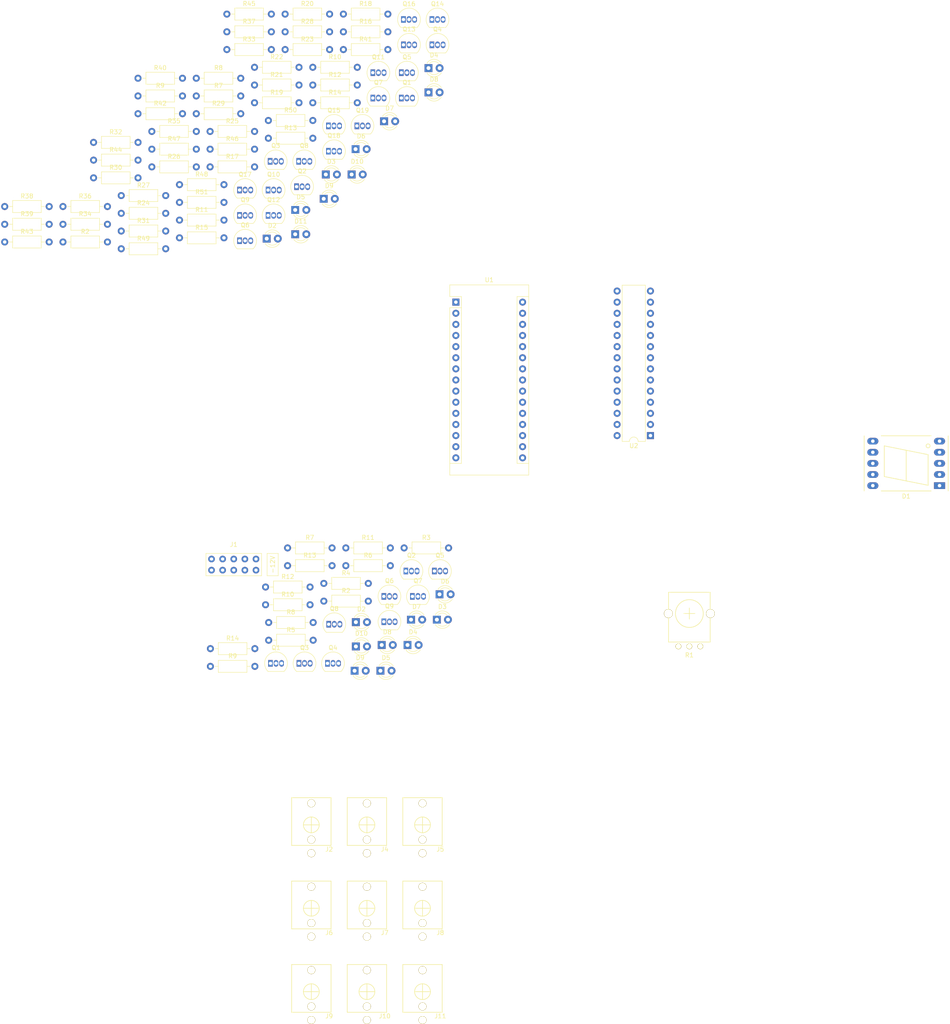
<source format=kicad_pcb>
(kicad_pcb (version 20171130) (host pcbnew "(5.1.0-31-gd6f565e45)")
  (layers (0 F.Cu signal) (31 B.Cu signal) (34 B.Paste user) (35 F.Paste user) (36 B.SilkS user) (37 F.SilkS user) (38 B.Mask user) (39 F.Mask user) (44 Edge.Cuts user))
  (net 0 "")
  (net 1 "Net-(D1-Pad12)")
  (net 2 "Net-(D1-Pad11)")
  (net 3 "Net-(D1-Pad10)")
  (net 4 "Net-(D1-Pad9)")
  (net 5 "Net-(D1-Pad8)")
  (net 6 "Net-(D1-Pad7)")
  (net 7 "Net-(D1-Pad6)")
  (net 8 "Net-(D1-Pad5)")
  (net 9 "Net-(D1-Pad4)")
  (net 10 "Net-(D1-Pad3)")
  (net 11 "Net-(D1-Pad2)")
  (net 12 "Net-(D1-Pad1)")
  (net 13 "Net-(U1-Pad16)")
  (net 14 "Net-(U1-Pad15)")
  (net 15 "Net-(U1-Pad30)")
  (net 16 "Net-(U1-Pad14)")
  (net 17 "Net-(D10-Pad2)")
  (net 18 "Net-(U1-Pad28)")
  (net 19 "Net-(D9-Pad2)")
  (net 20 "Net-(U1-Pad27)")
  (net 21 "Net-(D7-Pad2)")
  (net 22 "Net-(U1-Pad26)")
  (net 23 "Net-(D8-Pad2)")
  (net 24 "Net-(U1-Pad25)")
  (net 25 "Net-(D5-Pad2)")
  (net 26 "Net-(U1-Pad24)")
  (net 27 "Net-(D6-Pad2)")
  (net 28 "Net-(U1-Pad23)")
  (net 29 "Net-(D2-Pad2)")
  (net 30 "Net-(U1-Pad22)")
  (net 31 "Net-(D3-Pad2)")
  (net 32 "Net-(U1-Pad21)")
  (net 33 "Net-(D4-Pad2)")
  (net 34 "Net-(U1-Pad20)")
  (net 35 "Net-(R1-Pad2)")
  (net 36 "Net-(U1-Pad3)")
  (net 37 "Net-(R1-Pad3)")
  (net 38 "Net-(U1-Pad2)")
  (net 39 "Net-(U1-Pad17)")
  (net 40 "Net-(U1-Pad1)")
  (net 41 "Net-(U2-Pad26)")
  (net 42 "Net-(U2-Pad25)")
  (net 43 "Net-(R6-Pad2)")
  (net 44 "Net-(U2-Pad24)")
  (net 45 "Net-(U2-Pad10)")
  (net 46 "Net-(U2-Pad23)")
  (net 47 "Net-(U2-Pad9)")
  (net 48 "Net-(U2-Pad21)")
  (net 49 "Net-(U2-Pad20)")
  (net 50 "Net-(R5-Pad2)")
  (net 51 "Net-(U2-Pad19)")
  (net 52 "Net-(R4-Pad2)")
  (net 53 "Net-(R3-Pad2)")
  (net 54 "Net-(U2-Pad3)")
  (net 55 "Net-(U2-Pad2)")
  (net 56 "Net-(U2-Pad1)")
  (net 57 "Net-(D2-Pad1)")
  (net 58 "Net-(D3-Pad1)")
  (net 59 "Net-(D4-Pad1)")
  (net 60 "Net-(D5-Pad1)")
  (net 61 "Net-(D6-Pad1)")
  (net 62 "Net-(D7-Pad1)")
  (net 63 "Net-(D8-Pad1)")
  (net 64 "Net-(D9-Pad1)")
  (net 65 "Net-(D10-Pad1)")
  (net 66 -12V)
  (net 67 GND)
  (net 68 +12V)
  (net 69 "Net-(J2-Pad3)")
  (net 70 "Net-(J3-Pad3)")
  (net 71 "Net-(J4-Pad3)")
  (net 72 "Net-(J5-Pad3)")
  (net 73 "Net-(J6-Pad3)")
  (net 74 "Net-(J7-Pad3)")
  (net 75 "Net-(J8-Pad3)")
  (net 76 "Net-(J9-Pad3)")
  (net 77 "Net-(J10-Pad3)")
  (net 78 "Net-(D11-Pad2)")
  (net 79 "Net-(J11-Pad3)")
  (net 80 "Net-(Q1-Pad3)")
  (net 81 "Net-(Q1-Pad2)")
  (net 82 "Net-(Q2-Pad2)")
  (net 83 "Net-(Q3-Pad3)")
  (net 84 "Net-(Q3-Pad2)")
  (net 85 "Net-(Q4-Pad2)")
  (net 86 "Net-(Q6-Pad3)")
  (net 87 "Net-(Q6-Pad2)")
  (net 88 "Net-(Q7-Pad2)")
  (net 89 "Net-(Q8-Pad3)")
  (net 90 "Net-(Q8-Pad2)")
  (net 91 "Net-(Q9-Pad2)")
  (net 92 "Net-(Q10-Pad3)")
  (net 93 "Net-(Q10-Pad2)")
  (net 94 "Net-(Q11-Pad2)")
  (net 95 "Net-(Q12-Pad3)")
  (net 96 "Net-(Q12-Pad2)")
  (net 97 "Net-(Q13-Pad2)")
  (net 98 "Net-(Q14-Pad3)")
  (net 99 "Net-(Q14-Pad2)")
  (net 100 "Net-(Q15-Pad2)")
  (net 101 "Net-(Q16-Pad3)")
  (net 102 "Net-(Q16-Pad2)")
  (net 103 "Net-(Q17-Pad2)")
  (net 104 "Net-(Q18-Pad3)")
  (net 105 "Net-(Q18-Pad2)")
  (net 106 "Net-(Q19-Pad2)")
  (net 107 Tr1-in)
  (net 108 +5V)
  (net 109 Tr2-in)
  (net 110 Tr3-in)
  (net 111 Tr4-in)
  (net 112 Tr5-in)
  (net 113 Tr6-in)
  (net 114 Tr7-in)
  (net 115 Tr8-in)
  (net 116 Tr9-in)
  (module Resistor_THT:R_Axial_DIN0207_L6.3mm_D2.5mm_P10.16mm_Horizontal (layer F.Cu) (at 46.085001 -2.464999)
    (fp_text reference R51 (at 5.08 -2.37) (layer F.SilkS))
    (fp_text value 1k)
    (pad 2 thru_hole oval (at 10.16 0) (size 1.6 1.6) (drill 0.8) (layers *.Cu *.Mask) (net 79 "Net-(J11-Pad3)"))
    (pad 1 thru_hole circle (at 0 0) (size 1.6 1.6) (drill 0.8) (layers *.Cu *.Mask) (net 68 +12V))
  )
  (module Resistor_THT:R_Axial_DIN0207_L6.3mm_D2.5mm_P10.16mm_Horizontal (layer F.Cu) (at 66.385001 -21.164999)
    (fp_text reference R50 (at 5.08 -2.37) (layer F.SilkS))
    (fp_text value 1k)
    (pad 2 thru_hole oval (at 10.16 0) (size 1.6 1.6) (drill 0.8) (layers *.Cu *.Mask) (net 104 "Net-(Q18-Pad3)"))
    (pad 1 thru_hole circle (at 0 0) (size 1.6 1.6) (drill 0.8) (layers *.Cu *.Mask) (net 106 "Net-(Q19-Pad2)"))
  )
  (module Resistor_THT:R_Axial_DIN0207_L6.3mm_D2.5mm_P10.16mm_Horizontal (layer F.Cu) (at 32.775001 8.135001)
    (fp_text reference R49 (at 5.08 -2.37) (layer F.SilkS))
    (fp_text value 10k)
    (pad 2 thru_hole oval (at 10.16 0) (size 1.6 1.6) (drill 0.8) (layers *.Cu *.Mask) (net 104 "Net-(Q18-Pad3)"))
    (pad 1 thru_hole circle (at 0 0) (size 1.6 1.6) (drill 0.8) (layers *.Cu *.Mask) (net 108 +5V))
  )
  (module Resistor_THT:R_Axial_DIN0207_L6.3mm_D2.5mm_P10.16mm_Horizontal (layer F.Cu) (at 46.085001 -6.514999)
    (fp_text reference R48 (at 5.08 -2.37) (layer F.SilkS))
    (fp_text value 1k)
    (pad 2 thru_hole oval (at 10.16 0) (size 1.6 1.6) (drill 0.8) (layers *.Cu *.Mask) (net 105 "Net-(Q18-Pad2)"))
    (pad 1 thru_hole circle (at 0 0) (size 1.6 1.6) (drill 0.8) (layers *.Cu *.Mask) (net 116 Tr9-in))
  )
  (module Resistor_THT:R_Axial_DIN0207_L6.3mm_D2.5mm_P10.16mm_Horizontal (layer F.Cu) (at 39.765001 -14.614999)
    (fp_text reference R47 (at 5.08 -2.37) (layer F.SilkS))
    (fp_text value 200)
    (pad 2 thru_hole oval (at 10.16 0) (size 1.6 1.6) (drill 0.8) (layers *.Cu *.Mask) (net 78 "Net-(D11-Pad2)"))
    (pad 1 thru_hole circle (at 0 0) (size 1.6 1.6) (drill 0.8) (layers *.Cu *.Mask) (net 116 Tr9-in))
  )
  (module Resistor_THT:R_Axial_DIN0207_L6.3mm_D2.5mm_P10.16mm_Horizontal (layer F.Cu) (at 53.075001 -14.614999)
    (fp_text reference R46 (at 5.08 -2.37) (layer F.SilkS))
    (fp_text value 1k)
    (pad 2 thru_hole oval (at 10.16 0) (size 1.6 1.6) (drill 0.8) (layers *.Cu *.Mask) (net 77 "Net-(J10-Pad3)"))
    (pad 1 thru_hole circle (at 0 0) (size 1.6 1.6) (drill 0.8) (layers *.Cu *.Mask) (net 68 +12V))
  )
  (module Resistor_THT:R_Axial_DIN0207_L6.3mm_D2.5mm_P10.16mm_Horizontal (layer F.Cu) (at 56.905001 -45.464999)
    (fp_text reference R45 (at 5.08 -2.37) (layer F.SilkS))
    (fp_text value 1k)
    (pad 2 thru_hole oval (at 10.16 0) (size 1.6 1.6) (drill 0.8) (layers *.Cu *.Mask) (net 101 "Net-(Q16-Pad3)"))
    (pad 1 thru_hole circle (at 0 0) (size 1.6 1.6) (drill 0.8) (layers *.Cu *.Mask) (net 103 "Net-(Q17-Pad2)"))
  )
  (module Resistor_THT:R_Axial_DIN0207_L6.3mm_D2.5mm_P10.16mm_Horizontal (layer F.Cu) (at 26.455001 -12.114999)
    (fp_text reference R44 (at 5.08 -2.37) (layer F.SilkS))
    (fp_text value 10k)
    (pad 2 thru_hole oval (at 10.16 0) (size 1.6 1.6) (drill 0.8) (layers *.Cu *.Mask) (net 101 "Net-(Q16-Pad3)"))
    (pad 1 thru_hole circle (at 0 0) (size 1.6 1.6) (drill 0.8) (layers *.Cu *.Mask) (net 108 +5V))
  )
  (module Resistor_THT:R_Axial_DIN0207_L6.3mm_D2.5mm_P10.16mm_Horizontal (layer F.Cu) (at 6.155001 6.585001)
    (fp_text reference R43 (at 5.08 -2.37) (layer F.SilkS))
    (fp_text value 1k)
    (pad 2 thru_hole oval (at 10.16 0) (size 1.6 1.6) (drill 0.8) (layers *.Cu *.Mask) (net 102 "Net-(Q16-Pad2)"))
    (pad 1 thru_hole circle (at 0 0) (size 1.6 1.6) (drill 0.8) (layers *.Cu *.Mask) (net 115 Tr8-in))
  )
  (module Resistor_THT:R_Axial_DIN0207_L6.3mm_D2.5mm_P10.16mm_Horizontal (layer F.Cu) (at 36.605001 -22.714999)
    (fp_text reference R42 (at 5.08 -2.37) (layer F.SilkS))
    (fp_text value 200)
    (pad 2 thru_hole oval (at 10.16 0) (size 1.6 1.6) (drill 0.8) (layers *.Cu *.Mask) (net 17 "Net-(D10-Pad2)"))
    (pad 1 thru_hole circle (at 0 0) (size 1.6 1.6) (drill 0.8) (layers *.Cu *.Mask) (net 115 Tr8-in))
  )
  (module Resistor_THT:R_Axial_DIN0207_L6.3mm_D2.5mm_P10.16mm_Horizontal (layer F.Cu) (at 83.525001 -37.364999)
    (fp_text reference R41 (at 5.08 -2.37) (layer F.SilkS))
    (fp_text value 1k)
    (pad 2 thru_hole oval (at 10.16 0) (size 1.6 1.6) (drill 0.8) (layers *.Cu *.Mask) (net 76 "Net-(J9-Pad3)"))
    (pad 1 thru_hole circle (at 0 0) (size 1.6 1.6) (drill 0.8) (layers *.Cu *.Mask) (net 68 +12V))
  )
  (module Resistor_THT:R_Axial_DIN0207_L6.3mm_D2.5mm_P10.16mm_Horizontal (layer F.Cu) (at 36.605001 -30.814999)
    (fp_text reference R40 (at 5.08 -2.37) (layer F.SilkS))
    (fp_text value 1k)
    (pad 2 thru_hole oval (at 10.16 0) (size 1.6 1.6) (drill 0.8) (layers *.Cu *.Mask) (net 98 "Net-(Q14-Pad3)"))
    (pad 1 thru_hole circle (at 0 0) (size 1.6 1.6) (drill 0.8) (layers *.Cu *.Mask) (net 100 "Net-(Q15-Pad2)"))
  )
  (module Resistor_THT:R_Axial_DIN0207_L6.3mm_D2.5mm_P10.16mm_Horizontal (layer F.Cu) (at 6.155001 2.535001)
    (fp_text reference R39 (at 5.08 -2.37) (layer F.SilkS))
    (fp_text value 10k)
    (pad 2 thru_hole oval (at 10.16 0) (size 1.6 1.6) (drill 0.8) (layers *.Cu *.Mask) (net 98 "Net-(Q14-Pad3)"))
    (pad 1 thru_hole circle (at 0 0) (size 1.6 1.6) (drill 0.8) (layers *.Cu *.Mask) (net 108 +5V))
  )
  (module Resistor_THT:R_Axial_DIN0207_L6.3mm_D2.5mm_P10.16mm_Horizontal (layer F.Cu) (at 6.155001 -1.514999)
    (fp_text reference R38 (at 5.08 -2.37) (layer F.SilkS))
    (fp_text value 1k)
    (pad 2 thru_hole oval (at 10.16 0) (size 1.6 1.6) (drill 0.8) (layers *.Cu *.Mask) (net 99 "Net-(Q14-Pad2)"))
    (pad 1 thru_hole circle (at 0 0) (size 1.6 1.6) (drill 0.8) (layers *.Cu *.Mask) (net 114 Tr7-in))
  )
  (module Resistor_THT:R_Axial_DIN0207_L6.3mm_D2.5mm_P10.16mm_Horizontal (layer F.Cu) (at 56.905001 -41.414999)
    (fp_text reference R37 (at 5.08 -2.37) (layer F.SilkS))
    (fp_text value 200)
    (pad 2 thru_hole oval (at 10.16 0) (size 1.6 1.6) (drill 0.8) (layers *.Cu *.Mask) (net 19 "Net-(D9-Pad2)"))
    (pad 1 thru_hole circle (at 0 0) (size 1.6 1.6) (drill 0.8) (layers *.Cu *.Mask) (net 114 Tr7-in))
  )
  (module Resistor_THT:R_Axial_DIN0207_L6.3mm_D2.5mm_P10.16mm_Horizontal (layer F.Cu) (at 19.465001 -1.514999)
    (fp_text reference R36 (at 5.08 -2.37) (layer F.SilkS))
    (fp_text value 1k)
    (pad 2 thru_hole oval (at 10.16 0) (size 1.6 1.6) (drill 0.8) (layers *.Cu *.Mask) (net 75 "Net-(J8-Pad3)"))
    (pad 1 thru_hole circle (at 0 0) (size 1.6 1.6) (drill 0.8) (layers *.Cu *.Mask) (net 68 +12V))
  )
  (module Resistor_THT:R_Axial_DIN0207_L6.3mm_D2.5mm_P10.16mm_Horizontal (layer F.Cu) (at 39.765001 -18.664999)
    (fp_text reference R35 (at 5.08 -2.37) (layer F.SilkS))
    (fp_text value 1k)
    (pad 2 thru_hole oval (at 10.16 0) (size 1.6 1.6) (drill 0.8) (layers *.Cu *.Mask) (net 95 "Net-(Q12-Pad3)"))
    (pad 1 thru_hole circle (at 0 0) (size 1.6 1.6) (drill 0.8) (layers *.Cu *.Mask) (net 97 "Net-(Q13-Pad2)"))
  )
  (module Resistor_THT:R_Axial_DIN0207_L6.3mm_D2.5mm_P10.16mm_Horizontal (layer F.Cu) (at 19.465001 2.535001)
    (fp_text reference R34 (at 5.08 -2.37) (layer F.SilkS))
    (fp_text value 10k)
    (pad 2 thru_hole oval (at 10.16 0) (size 1.6 1.6) (drill 0.8) (layers *.Cu *.Mask) (net 95 "Net-(Q12-Pad3)"))
    (pad 1 thru_hole circle (at 0 0) (size 1.6 1.6) (drill 0.8) (layers *.Cu *.Mask) (net 108 +5V))
  )
  (module Resistor_THT:R_Axial_DIN0207_L6.3mm_D2.5mm_P10.16mm_Horizontal (layer F.Cu) (at 56.905001 -37.364999)
    (fp_text reference R33 (at 5.08 -2.37) (layer F.SilkS))
    (fp_text value 1k)
    (pad 2 thru_hole oval (at 10.16 0) (size 1.6 1.6) (drill 0.8) (layers *.Cu *.Mask) (net 96 "Net-(Q12-Pad2)"))
    (pad 1 thru_hole circle (at 0 0) (size 1.6 1.6) (drill 0.8) (layers *.Cu *.Mask) (net 113 Tr6-in))
  )
  (module Resistor_THT:R_Axial_DIN0207_L6.3mm_D2.5mm_P10.16mm_Horizontal (layer F.Cu) (at 26.455001 -16.164999)
    (fp_text reference R32 (at 5.08 -2.37) (layer F.SilkS))
    (fp_text value 200)
    (pad 2 thru_hole oval (at 10.16 0) (size 1.6 1.6) (drill 0.8) (layers *.Cu *.Mask) (net 23 "Net-(D8-Pad2)"))
    (pad 1 thru_hole circle (at 0 0) (size 1.6 1.6) (drill 0.8) (layers *.Cu *.Mask) (net 113 Tr6-in))
  )
  (module Resistor_THT:R_Axial_DIN0207_L6.3mm_D2.5mm_P10.16mm_Horizontal (layer F.Cu) (at 32.775001 4.085001)
    (fp_text reference R31 (at 5.08 -2.37) (layer F.SilkS))
    (fp_text value 1k)
    (pad 2 thru_hole oval (at 10.16 0) (size 1.6 1.6) (drill 0.8) (layers *.Cu *.Mask) (net 74 "Net-(J7-Pad3)"))
    (pad 1 thru_hole circle (at 0 0) (size 1.6 1.6) (drill 0.8) (layers *.Cu *.Mask) (net 68 +12V))
  )
  (module Resistor_THT:R_Axial_DIN0207_L6.3mm_D2.5mm_P10.16mm_Horizontal (layer F.Cu) (at 26.455001 -8.064999)
    (fp_text reference R30 (at 5.08 -2.37) (layer F.SilkS))
    (fp_text value 1k)
    (pad 2 thru_hole oval (at 10.16 0) (size 1.6 1.6) (drill 0.8) (layers *.Cu *.Mask) (net 92 "Net-(Q10-Pad3)"))
    (pad 1 thru_hole circle (at 0 0) (size 1.6 1.6) (drill 0.8) (layers *.Cu *.Mask) (net 94 "Net-(Q11-Pad2)"))
  )
  (module Resistor_THT:R_Axial_DIN0207_L6.3mm_D2.5mm_P10.16mm_Horizontal (layer F.Cu) (at 49.915001 -22.714999)
    (fp_text reference R29 (at 5.08 -2.37) (layer F.SilkS))
    (fp_text value 10k)
    (pad 2 thru_hole oval (at 10.16 0) (size 1.6 1.6) (drill 0.8) (layers *.Cu *.Mask) (net 92 "Net-(Q10-Pad3)"))
    (pad 1 thru_hole circle (at 0 0) (size 1.6 1.6) (drill 0.8) (layers *.Cu *.Mask) (net 108 +5V))
  )
  (module Resistor_THT:R_Axial_DIN0207_L6.3mm_D2.5mm_P10.16mm_Horizontal (layer F.Cu) (at 70.215001 -41.414999)
    (fp_text reference R28 (at 5.08 -2.37) (layer F.SilkS))
    (fp_text value 1k)
    (pad 2 thru_hole oval (at 10.16 0) (size 1.6 1.6) (drill 0.8) (layers *.Cu *.Mask) (net 93 "Net-(Q10-Pad2)"))
    (pad 1 thru_hole circle (at 0 0) (size 1.6 1.6) (drill 0.8) (layers *.Cu *.Mask) (net 112 Tr5-in))
  )
  (module Resistor_THT:R_Axial_DIN0207_L6.3mm_D2.5mm_P10.16mm_Horizontal (layer F.Cu) (at 32.775001 -4.014999)
    (fp_text reference R27 (at 5.08 -2.37) (layer F.SilkS))
    (fp_text value 200)
    (pad 2 thru_hole oval (at 10.16 0) (size 1.6 1.6) (drill 0.8) (layers *.Cu *.Mask) (net 21 "Net-(D7-Pad2)"))
    (pad 1 thru_hole circle (at 0 0) (size 1.6 1.6) (drill 0.8) (layers *.Cu *.Mask) (net 112 Tr5-in))
  )
  (module Resistor_THT:R_Axial_DIN0207_L6.3mm_D2.5mm_P10.16mm_Horizontal (layer F.Cu) (at 39.765001 -10.564999)
    (fp_text reference R26 (at 5.08 -2.37) (layer F.SilkS))
    (fp_text value 1k)
    (pad 2 thru_hole oval (at 10.16 0) (size 1.6 1.6) (drill 0.8) (layers *.Cu *.Mask) (net 73 "Net-(J6-Pad3)"))
    (pad 1 thru_hole circle (at 0 0) (size 1.6 1.6) (drill 0.8) (layers *.Cu *.Mask) (net 68 +12V))
  )
  (module Resistor_THT:R_Axial_DIN0207_L6.3mm_D2.5mm_P10.16mm_Horizontal (layer F.Cu) (at 53.075001 -18.664999)
    (fp_text reference R25 (at 5.08 -2.37) (layer F.SilkS))
    (fp_text value 1k)
    (pad 2 thru_hole oval (at 10.16 0) (size 1.6 1.6) (drill 0.8) (layers *.Cu *.Mask) (net 89 "Net-(Q8-Pad3)"))
    (pad 1 thru_hole circle (at 0 0) (size 1.6 1.6) (drill 0.8) (layers *.Cu *.Mask) (net 91 "Net-(Q9-Pad2)"))
  )
  (module Resistor_THT:R_Axial_DIN0207_L6.3mm_D2.5mm_P10.16mm_Horizontal (layer F.Cu) (at 32.775001 0.035001)
    (fp_text reference R24 (at 5.08 -2.37) (layer F.SilkS))
    (fp_text value 10k)
    (pad 2 thru_hole oval (at 10.16 0) (size 1.6 1.6) (drill 0.8) (layers *.Cu *.Mask) (net 89 "Net-(Q8-Pad3)"))
    (pad 1 thru_hole circle (at 0 0) (size 1.6 1.6) (drill 0.8) (layers *.Cu *.Mask) (net 108 +5V))
  )
  (module Resistor_THT:R_Axial_DIN0207_L6.3mm_D2.5mm_P10.16mm_Horizontal (layer F.Cu) (at 70.215001 -37.364999)
    (fp_text reference R23 (at 5.08 -2.37) (layer F.SilkS))
    (fp_text value 1k)
    (pad 2 thru_hole oval (at 10.16 0) (size 1.6 1.6) (drill 0.8) (layers *.Cu *.Mask) (net 90 "Net-(Q8-Pad2)"))
    (pad 1 thru_hole circle (at 0 0) (size 1.6 1.6) (drill 0.8) (layers *.Cu *.Mask) (net 111 Tr4-in))
  )
  (module Resistor_THT:R_Axial_DIN0207_L6.3mm_D2.5mm_P10.16mm_Horizontal (layer F.Cu) (at 63.225001 -33.314999)
    (fp_text reference R22 (at 5.08 -2.37) (layer F.SilkS))
    (fp_text value 200)
    (pad 2 thru_hole oval (at 10.16 0) (size 1.6 1.6) (drill 0.8) (layers *.Cu *.Mask) (net 27 "Net-(D6-Pad2)"))
    (pad 1 thru_hole circle (at 0 0) (size 1.6 1.6) (drill 0.8) (layers *.Cu *.Mask) (net 111 Tr4-in))
  )
  (module Resistor_THT:R_Axial_DIN0207_L6.3mm_D2.5mm_P10.16mm_Horizontal (layer F.Cu) (at 63.225001 -29.264999)
    (fp_text reference R21 (at 5.08 -2.37) (layer F.SilkS))
    (fp_text value 1k)
    (pad 2 thru_hole oval (at 10.16 0) (size 1.6 1.6) (drill 0.8) (layers *.Cu *.Mask) (net 72 "Net-(J5-Pad3)"))
    (pad 1 thru_hole circle (at 0 0) (size 1.6 1.6) (drill 0.8) (layers *.Cu *.Mask) (net 68 +12V))
  )
  (module Resistor_THT:R_Axial_DIN0207_L6.3mm_D2.5mm_P10.16mm_Horizontal (layer F.Cu) (at 70.215001 -45.464999)
    (fp_text reference R20 (at 5.08 -2.37) (layer F.SilkS))
    (fp_text value 1k)
    (pad 2 thru_hole oval (at 10.16 0) (size 1.6 1.6) (drill 0.8) (layers *.Cu *.Mask) (net 86 "Net-(Q6-Pad3)"))
    (pad 1 thru_hole circle (at 0 0) (size 1.6 1.6) (drill 0.8) (layers *.Cu *.Mask) (net 88 "Net-(Q7-Pad2)"))
  )
  (module Resistor_THT:R_Axial_DIN0207_L6.3mm_D2.5mm_P10.16mm_Horizontal (layer F.Cu) (at 63.225001 -25.214999)
    (fp_text reference R19 (at 5.08 -2.37) (layer F.SilkS))
    (fp_text value 10k)
    (pad 2 thru_hole oval (at 10.16 0) (size 1.6 1.6) (drill 0.8) (layers *.Cu *.Mask) (net 86 "Net-(Q6-Pad3)"))
    (pad 1 thru_hole circle (at 0 0) (size 1.6 1.6) (drill 0.8) (layers *.Cu *.Mask) (net 108 +5V))
  )
  (module Resistor_THT:R_Axial_DIN0207_L6.3mm_D2.5mm_P10.16mm_Horizontal (layer F.Cu) (at 83.525001 -45.464999)
    (fp_text reference R18 (at 5.08 -2.37) (layer F.SilkS))
    (fp_text value 1k)
    (pad 2 thru_hole oval (at 10.16 0) (size 1.6 1.6) (drill 0.8) (layers *.Cu *.Mask) (net 87 "Net-(Q6-Pad2)"))
    (pad 1 thru_hole circle (at 0 0) (size 1.6 1.6) (drill 0.8) (layers *.Cu *.Mask) (net 110 Tr3-in))
  )
  (module Resistor_THT:R_Axial_DIN0207_L6.3mm_D2.5mm_P10.16mm_Horizontal (layer F.Cu) (at 53.075001 -10.564999)
    (fp_text reference R17 (at 5.08 -2.37) (layer F.SilkS))
    (fp_text value 200)
    (pad 2 thru_hole oval (at 10.16 0) (size 1.6 1.6) (drill 0.8) (layers *.Cu *.Mask) (net 25 "Net-(D5-Pad2)"))
    (pad 1 thru_hole circle (at 0 0) (size 1.6 1.6) (drill 0.8) (layers *.Cu *.Mask) (net 110 Tr3-in))
  )
  (module Resistor_THT:R_Axial_DIN0207_L6.3mm_D2.5mm_P10.16mm_Horizontal (layer F.Cu) (at 83.525001 -41.414999)
    (fp_text reference R16 (at 5.08 -2.37) (layer F.SilkS))
    (fp_text value 1k)
    (pad 2 thru_hole oval (at 10.16 0) (size 1.6 1.6) (drill 0.8) (layers *.Cu *.Mask) (net 71 "Net-(J4-Pad3)"))
    (pad 1 thru_hole circle (at 0 0) (size 1.6 1.6) (drill 0.8) (layers *.Cu *.Mask) (net 68 +12V))
  )
  (module Resistor_THT:R_Axial_DIN0207_L6.3mm_D2.5mm_P10.16mm_Horizontal (layer F.Cu) (at 46.085001 5.635001)
    (fp_text reference R15 (at 5.08 -2.37) (layer F.SilkS))
    (fp_text value 1k)
    (pad 2 thru_hole oval (at 10.16 0) (size 1.6 1.6) (drill 0.8) (layers *.Cu *.Mask) (net 83 "Net-(Q3-Pad3)"))
    (pad 1 thru_hole circle (at 0 0) (size 1.6 1.6) (drill 0.8) (layers *.Cu *.Mask) (net 85 "Net-(Q4-Pad2)"))
  )
  (module Resistor_THT:R_Axial_DIN0207_L6.3mm_D2.5mm_P10.16mm_Horizontal (layer F.Cu) (at 76.535001 -25.214999)
    (fp_text reference R14 (at 5.08 -2.37) (layer F.SilkS))
    (fp_text value 10k)
    (pad 2 thru_hole oval (at 10.16 0) (size 1.6 1.6) (drill 0.8) (layers *.Cu *.Mask) (net 83 "Net-(Q3-Pad3)"))
    (pad 1 thru_hole circle (at 0 0) (size 1.6 1.6) (drill 0.8) (layers *.Cu *.Mask) (net 108 +5V))
  )
  (module Resistor_THT:R_Axial_DIN0207_L6.3mm_D2.5mm_P10.16mm_Horizontal (layer F.Cu) (at 66.385001 -17.114999)
    (fp_text reference R13 (at 5.08 -2.37) (layer F.SilkS))
    (fp_text value R_US)
    (pad 2 thru_hole oval (at 10.16 0) (size 1.6 1.6) (drill 0.8) (layers *.Cu *.Mask) (net 59 "Net-(D4-Pad1)"))
    (pad 1 thru_hole circle (at 0 0) (size 1.6 1.6) (drill 0.8) (layers *.Cu *.Mask) (net 67 GND))
  )
  (module Resistor_THT:R_Axial_DIN0207_L6.3mm_D2.5mm_P10.16mm_Horizontal (layer F.Cu) (at 76.535001 -29.264999)
    (fp_text reference R12 (at 5.08 -2.37) (layer F.SilkS))
    (fp_text value 1k)
    (pad 2 thru_hole oval (at 10.16 0) (size 1.6 1.6) (drill 0.8) (layers *.Cu *.Mask) (net 84 "Net-(Q3-Pad2)"))
    (pad 1 thru_hole circle (at 0 0) (size 1.6 1.6) (drill 0.8) (layers *.Cu *.Mask) (net 109 Tr2-in))
  )
  (module Resistor_THT:R_Axial_DIN0207_L6.3mm_D2.5mm_P10.16mm_Horizontal (layer F.Cu) (at 46.085001 1.585001)
    (fp_text reference R11 (at 5.08 -2.37) (layer F.SilkS))
    (fp_text value 200)
    (pad 2 thru_hole oval (at 10.16 0) (size 1.6 1.6) (drill 0.8) (layers *.Cu *.Mask) (net 31 "Net-(D3-Pad2)"))
    (pad 1 thru_hole circle (at 0 0) (size 1.6 1.6) (drill 0.8) (layers *.Cu *.Mask) (net 109 Tr2-in))
  )
  (module Resistor_THT:R_Axial_DIN0207_L6.3mm_D2.5mm_P10.16mm_Horizontal (layer F.Cu) (at 76.535001 -33.314999)
    (fp_text reference R10 (at 5.08 -2.37) (layer F.SilkS))
    (fp_text value 1k)
    (pad 2 thru_hole oval (at 10.16 0) (size 1.6 1.6) (drill 0.8) (layers *.Cu *.Mask) (net 69 "Net-(J2-Pad3)"))
    (pad 1 thru_hole circle (at 0 0) (size 1.6 1.6) (drill 0.8) (layers *.Cu *.Mask) (net 68 +12V))
  )
  (module Resistor_THT:R_Axial_DIN0207_L6.3mm_D2.5mm_P10.16mm_Horizontal (layer F.Cu) (at 36.605001 -26.764999)
    (fp_text reference R9 (at 5.08 -2.37) (layer F.SilkS))
    (fp_text value 1k)
    (pad 2 thru_hole oval (at 10.16 0) (size 1.6 1.6) (drill 0.8) (layers *.Cu *.Mask) (net 80 "Net-(Q1-Pad3)"))
    (pad 1 thru_hole circle (at 0 0) (size 1.6 1.6) (drill 0.8) (layers *.Cu *.Mask) (net 82 "Net-(Q2-Pad2)"))
  )
  (module Resistor_THT:R_Axial_DIN0207_L6.3mm_D2.5mm_P10.16mm_Horizontal (layer F.Cu) (at 49.915001 -30.814999)
    (fp_text reference R8 (at 5.08 -2.37) (layer F.SilkS))
    (fp_text value 10k)
    (pad 2 thru_hole oval (at 10.16 0) (size 1.6 1.6) (drill 0.8) (layers *.Cu *.Mask) (net 80 "Net-(Q1-Pad3)"))
    (pad 1 thru_hole circle (at 0 0) (size 1.6 1.6) (drill 0.8) (layers *.Cu *.Mask) (net 108 +5V))
  )
  (module Resistor_THT:R_Axial_DIN0207_L6.3mm_D2.5mm_P10.16mm_Horizontal (layer F.Cu) (at 49.915001 -26.764999)
    (fp_text reference R7 (at 5.08 -2.37) (layer F.SilkS))
    (fp_text value 1k)
    (pad 2 thru_hole oval (at 10.16 0) (size 1.6 1.6) (drill 0.8) (layers *.Cu *.Mask) (net 81 "Net-(Q1-Pad2)"))
    (pad 1 thru_hole circle (at 0 0) (size 1.6 1.6) (drill 0.8) (layers *.Cu *.Mask) (net 107 Tr1-in))
  )
  (module Resistor_THT:R_Axial_DIN0207_L6.3mm_D2.5mm_P10.16mm_Horizontal (layer F.Cu) (at 19.465001 6.585001)
    (fp_text reference R2 (at 5.08 -2.37) (layer F.SilkS))
    (fp_text value 200)
    (pad 2 thru_hole oval (at 10.16 0) (size 1.6 1.6) (drill 0.8) (layers *.Cu *.Mask) (net 29 "Net-(D2-Pad2)"))
    (pad 1 thru_hole circle (at 0 0) (size 1.6 1.6) (drill 0.8) (layers *.Cu *.Mask) (net 107 Tr1-in))
  )
  (module Package_TO_SOT_THT:TO-92_Inline (layer F.Cu) (at 86.615001 -19.934999)
    (fp_text reference Q19 (at 1.27 -3.56) (layer F.SilkS))
    (fp_text value 2N3904)
    (pad 1 thru_hole rect (at 0 0) (size 1.05 1.5) (drill 0.75) (layers *.Cu *.Mask) (net 67 GND))
    (pad 3 thru_hole oval (at 2.54 0) (size 1.05 1.5) (drill 0.75) (layers *.Cu *.Mask) (net 79 "Net-(J11-Pad3)"))
    (pad 2 thru_hole oval (at 1.27 0) (size 1.05 1.5) (drill 0.75) (layers *.Cu *.Mask) (net 106 "Net-(Q19-Pad2)"))
  )
  (module Package_TO_SOT_THT:TO-92_Inline (layer F.Cu) (at 80.105001 -14.144999)
    (fp_text reference Q18 (at 1.27 -3.56) (layer F.SilkS))
    (fp_text value 2N3904)
    (pad 1 thru_hole rect (at 0 0) (size 1.05 1.5) (drill 0.75) (layers *.Cu *.Mask) (net 67 GND))
    (pad 3 thru_hole oval (at 2.54 0) (size 1.05 1.5) (drill 0.75) (layers *.Cu *.Mask) (net 104 "Net-(Q18-Pad3)"))
    (pad 2 thru_hole oval (at 1.27 0) (size 1.05 1.5) (drill 0.75) (layers *.Cu *.Mask) (net 105 "Net-(Q18-Pad2)"))
  )
  (module Package_TO_SOT_THT:TO-92_Inline (layer F.Cu) (at 59.805001 -5.284999)
    (fp_text reference Q17 (at 1.27 -3.56) (layer F.SilkS))
    (fp_text value 2N3904)
    (pad 1 thru_hole rect (at 0 0) (size 1.05 1.5) (drill 0.75) (layers *.Cu *.Mask) (net 67 GND))
    (pad 3 thru_hole oval (at 2.54 0) (size 1.05 1.5) (drill 0.75) (layers *.Cu *.Mask) (net 77 "Net-(J10-Pad3)"))
    (pad 2 thru_hole oval (at 1.27 0) (size 1.05 1.5) (drill 0.75) (layers *.Cu *.Mask) (net 103 "Net-(Q17-Pad2)"))
  )
  (module Package_TO_SOT_THT:TO-92_Inline (layer F.Cu) (at 97.245001 -44.234999)
    (fp_text reference Q16 (at 1.27 -3.56) (layer F.SilkS))
    (fp_text value 2N3904)
    (pad 1 thru_hole rect (at 0 0) (size 1.05 1.5) (drill 0.75) (layers *.Cu *.Mask) (net 67 GND))
    (pad 3 thru_hole oval (at 2.54 0) (size 1.05 1.5) (drill 0.75) (layers *.Cu *.Mask) (net 101 "Net-(Q16-Pad3)"))
    (pad 2 thru_hole oval (at 1.27 0) (size 1.05 1.5) (drill 0.75) (layers *.Cu *.Mask) (net 102 "Net-(Q16-Pad2)"))
  )
  (module Package_TO_SOT_THT:TO-92_Inline (layer F.Cu) (at 80.105001 -19.934999)
    (fp_text reference Q15 (at 1.27 -3.56) (layer F.SilkS))
    (fp_text value 2N3904)
    (pad 1 thru_hole rect (at 0 0) (size 1.05 1.5) (drill 0.75) (layers *.Cu *.Mask) (net 67 GND))
    (pad 3 thru_hole oval (at 2.54 0) (size 1.05 1.5) (drill 0.75) (layers *.Cu *.Mask) (net 76 "Net-(J9-Pad3)"))
    (pad 2 thru_hole oval (at 1.27 0) (size 1.05 1.5) (drill 0.75) (layers *.Cu *.Mask) (net 100 "Net-(Q15-Pad2)"))
  )
  (module Package_TO_SOT_THT:TO-92_Inline (layer F.Cu) (at 103.755001 -44.234999)
    (fp_text reference Q14 (at 1.27 -3.56) (layer F.SilkS))
    (fp_text value 2N3904)
    (pad 1 thru_hole rect (at 0 0) (size 1.05 1.5) (drill 0.75) (layers *.Cu *.Mask) (net 67 GND))
    (pad 3 thru_hole oval (at 2.54 0) (size 1.05 1.5) (drill 0.75) (layers *.Cu *.Mask) (net 98 "Net-(Q14-Pad3)"))
    (pad 2 thru_hole oval (at 1.27 0) (size 1.05 1.5) (drill 0.75) (layers *.Cu *.Mask) (net 99 "Net-(Q14-Pad2)"))
  )
  (module Package_TO_SOT_THT:TO-92_Inline (layer F.Cu) (at 97.245001 -38.444999)
    (fp_text reference Q13 (at 1.27 -3.56) (layer F.SilkS))
    (fp_text value 2N3904)
    (pad 1 thru_hole rect (at 0 0) (size 1.05 1.5) (drill 0.75) (layers *.Cu *.Mask) (net 67 GND))
    (pad 3 thru_hole oval (at 2.54 0) (size 1.05 1.5) (drill 0.75) (layers *.Cu *.Mask) (net 75 "Net-(J8-Pad3)"))
    (pad 2 thru_hole oval (at 1.27 0) (size 1.05 1.5) (drill 0.75) (layers *.Cu *.Mask) (net 97 "Net-(Q13-Pad2)"))
  )
  (module Package_TO_SOT_THT:TO-92_Inline (layer F.Cu) (at 66.315001 0.505001)
    (fp_text reference Q12 (at 1.27 -3.56) (layer F.SilkS))
    (fp_text value 2N3904)
    (pad 1 thru_hole rect (at 0 0) (size 1.05 1.5) (drill 0.75) (layers *.Cu *.Mask) (net 67 GND))
    (pad 3 thru_hole oval (at 2.54 0) (size 1.05 1.5) (drill 0.75) (layers *.Cu *.Mask) (net 95 "Net-(Q12-Pad3)"))
    (pad 2 thru_hole oval (at 1.27 0) (size 1.05 1.5) (drill 0.75) (layers *.Cu *.Mask) (net 96 "Net-(Q12-Pad2)"))
  )
  (module Package_TO_SOT_THT:TO-92_Inline (layer F.Cu) (at 90.255001 -32.084999)
    (fp_text reference Q11 (at 1.27 -3.56) (layer F.SilkS))
    (fp_text value 2N3904)
    (pad 1 thru_hole rect (at 0 0) (size 1.05 1.5) (drill 0.75) (layers *.Cu *.Mask) (net 67 GND))
    (pad 3 thru_hole oval (at 2.54 0) (size 1.05 1.5) (drill 0.75) (layers *.Cu *.Mask) (net 74 "Net-(J7-Pad3)"))
    (pad 2 thru_hole oval (at 1.27 0) (size 1.05 1.5) (drill 0.75) (layers *.Cu *.Mask) (net 94 "Net-(Q11-Pad2)"))
  )
  (module Package_TO_SOT_THT:TO-92_Inline (layer F.Cu) (at 66.315001 -5.284999)
    (fp_text reference Q10 (at 1.27 -3.56) (layer F.SilkS))
    (fp_text value 2N3904)
    (pad 1 thru_hole rect (at 0 0) (size 1.05 1.5) (drill 0.75) (layers *.Cu *.Mask) (net 67 GND))
    (pad 3 thru_hole oval (at 2.54 0) (size 1.05 1.5) (drill 0.75) (layers *.Cu *.Mask) (net 92 "Net-(Q10-Pad3)"))
    (pad 2 thru_hole oval (at 1.27 0) (size 1.05 1.5) (drill 0.75) (layers *.Cu *.Mask) (net 93 "Net-(Q10-Pad2)"))
  )
  (module Package_TO_SOT_THT:TO-92_Inline (layer F.Cu) (at 59.805001 0.505001)
    (fp_text reference Q9 (at 1.27 -3.56) (layer F.SilkS))
    (fp_text value 2N3904)
    (pad 1 thru_hole rect (at 0 0) (size 1.05 1.5) (drill 0.75) (layers *.Cu *.Mask) (net 67 GND))
    (pad 3 thru_hole oval (at 2.54 0) (size 1.05 1.5) (drill 0.75) (layers *.Cu *.Mask) (net 73 "Net-(J6-Pad3)"))
    (pad 2 thru_hole oval (at 1.27 0) (size 1.05 1.5) (drill 0.75) (layers *.Cu *.Mask) (net 91 "Net-(Q9-Pad2)"))
  )
  (module Package_TO_SOT_THT:TO-92_Inline (layer F.Cu) (at 73.305001 -11.834999)
    (fp_text reference Q8 (at 1.27 -3.56) (layer F.SilkS))
    (fp_text value 2N3904)
    (pad 1 thru_hole rect (at 0 0) (size 1.05 1.5) (drill 0.75) (layers *.Cu *.Mask) (net 67 GND))
    (pad 3 thru_hole oval (at 2.54 0) (size 1.05 1.5) (drill 0.75) (layers *.Cu *.Mask) (net 89 "Net-(Q8-Pad3)"))
    (pad 2 thru_hole oval (at 1.27 0) (size 1.05 1.5) (drill 0.75) (layers *.Cu *.Mask) (net 90 "Net-(Q8-Pad2)"))
  )
  (module Package_TO_SOT_THT:TO-92_Inline (layer F.Cu) (at 90.255001 -26.294999)
    (fp_text reference Q7 (at 1.27 -3.56) (layer F.SilkS))
    (fp_text value 2N3904)
    (pad 1 thru_hole rect (at 0 0) (size 1.05 1.5) (drill 0.75) (layers *.Cu *.Mask) (net 67 GND))
    (pad 3 thru_hole oval (at 2.54 0) (size 1.05 1.5) (drill 0.75) (layers *.Cu *.Mask) (net 72 "Net-(J5-Pad3)"))
    (pad 2 thru_hole oval (at 1.27 0) (size 1.05 1.5) (drill 0.75) (layers *.Cu *.Mask) (net 88 "Net-(Q7-Pad2)"))
  )
  (module Package_TO_SOT_THT:TO-92_Inline (layer F.Cu) (at 59.805001 6.295001)
    (fp_text reference Q6 (at 1.27 -3.56) (layer F.SilkS))
    (fp_text value 2N3904)
    (pad 1 thru_hole rect (at 0 0) (size 1.05 1.5) (drill 0.75) (layers *.Cu *.Mask) (net 67 GND))
    (pad 3 thru_hole oval (at 2.54 0) (size 1.05 1.5) (drill 0.75) (layers *.Cu *.Mask) (net 86 "Net-(Q6-Pad3)"))
    (pad 2 thru_hole oval (at 1.27 0) (size 1.05 1.5) (drill 0.75) (layers *.Cu *.Mask) (net 87 "Net-(Q6-Pad2)"))
  )
  (module Package_TO_SOT_THT:TO-92_Inline (layer F.Cu) (at 96.765001 -32.084999)
    (fp_text reference Q5 (at 1.27 -3.56) (layer F.SilkS))
    (fp_text value 2N3904)
    (pad 1 thru_hole rect (at 0 0) (size 1.05 1.5) (drill 0.75) (layers *.Cu *.Mask) (net 70 "Net-(J3-Pad3)"))
    (pad 3 thru_hole oval (at 2.54 0) (size 1.05 1.5) (drill 0.75) (layers *.Cu *.Mask) (net 68 +12V))
    (pad 2 thru_hole oval (at 1.27 0) (size 1.05 1.5) (drill 0.75) (layers *.Cu *.Mask) (net 33 "Net-(D4-Pad2)"))
  )
  (module Package_TO_SOT_THT:TO-92_Inline (layer F.Cu) (at 103.755001 -38.444999)
    (fp_text reference Q4 (at 1.27 -3.56) (layer F.SilkS))
    (fp_text value 2N3904)
    (pad 1 thru_hole rect (at 0 0) (size 1.05 1.5) (drill 0.75) (layers *.Cu *.Mask) (net 67 GND))
    (pad 3 thru_hole oval (at 2.54 0) (size 1.05 1.5) (drill 0.75) (layers *.Cu *.Mask) (net 71 "Net-(J4-Pad3)"))
    (pad 2 thru_hole oval (at 1.27 0) (size 1.05 1.5) (drill 0.75) (layers *.Cu *.Mask) (net 85 "Net-(Q4-Pad2)"))
  )
  (module Package_TO_SOT_THT:TO-92_Inline (layer F.Cu) (at 66.795001 -11.834999)
    (fp_text reference Q3 (at 1.27 -3.56) (layer F.SilkS))
    (fp_text value 2N3904)
    (pad 1 thru_hole rect (at 0 0) (size 1.05 1.5) (drill 0.75) (layers *.Cu *.Mask) (net 67 GND))
    (pad 3 thru_hole oval (at 2.54 0) (size 1.05 1.5) (drill 0.75) (layers *.Cu *.Mask) (net 83 "Net-(Q3-Pad3)"))
    (pad 2 thru_hole oval (at 1.27 0) (size 1.05 1.5) (drill 0.75) (layers *.Cu *.Mask) (net 84 "Net-(Q3-Pad2)"))
  )
  (module Package_TO_SOT_THT:TO-92_Inline (layer F.Cu) (at 72.825001 -6.044999)
    (fp_text reference Q2 (at 1.27 -3.56) (layer F.SilkS))
    (fp_text value 2N3904)
    (pad 1 thru_hole rect (at 0 0) (size 1.05 1.5) (drill 0.75) (layers *.Cu *.Mask) (net 67 GND))
    (pad 3 thru_hole oval (at 2.54 0) (size 1.05 1.5) (drill 0.75) (layers *.Cu *.Mask) (net 69 "Net-(J2-Pad3)"))
    (pad 2 thru_hole oval (at 1.27 0) (size 1.05 1.5) (drill 0.75) (layers *.Cu *.Mask) (net 82 "Net-(Q2-Pad2)"))
  )
  (module Package_TO_SOT_THT:TO-92_Inline (layer F.Cu) (at 96.765001 -26.294999)
    (fp_text reference Q1 (at 1.27 -3.56) (layer F.SilkS))
    (fp_text value 2N3904)
    (pad 1 thru_hole rect (at 0 0) (size 1.05 1.5) (drill 0.75) (layers *.Cu *.Mask) (net 67 GND))
    (pad 3 thru_hole oval (at 2.54 0) (size 1.05 1.5) (drill 0.75) (layers *.Cu *.Mask) (net 80 "Net-(Q1-Pad3)"))
    (pad 2 thru_hole oval (at 1.27 0) (size 1.05 1.5) (drill 0.75) (layers *.Cu *.Mask) (net 81 "Net-(Q1-Pad2)"))
  )
  (module eurorack:PJ301M-12 (layer F.Cu) (at 101.6 177.8)
    (fp_text reference J11 (at 4.064 5.588) (layer F.SilkS))
    (fp_text value PJ301M-12)
    (pad 3 thru_hole circle (at 0 -4.92) (size 1.8 1.8) (drill 1.6) (layers *.Cu *.Mask F.SilkS) (net 79 "Net-(J11-Pad3)"))
    (pad 1 thru_hole circle (at 0 6.48) (size 1.8 1.8) (drill 1.6) (layers *.Cu *.Mask F.SilkS) (net 67 GND))
    (pad 2 thru_hole circle (at 0 3.38) (size 1.8 1.8) (drill 1.6) (layers *.Cu *.Mask F.SilkS) (net 67 GND))
  )
  (module eurorack:PJ301M-12 (layer F.Cu) (at 88.9 177.8)
    (fp_text reference J10 (at 4.064 5.588) (layer F.SilkS))
    (fp_text value PJ301M-12)
    (pad 3 thru_hole circle (at 0 -4.92) (size 1.8 1.8) (drill 1.6) (layers *.Cu *.Mask F.SilkS) (net 77 "Net-(J10-Pad3)"))
    (pad 1 thru_hole circle (at 0 6.48) (size 1.8 1.8) (drill 1.6) (layers *.Cu *.Mask F.SilkS) (net 67 GND))
    (pad 2 thru_hole circle (at 0 3.38) (size 1.8 1.8) (drill 1.6) (layers *.Cu *.Mask F.SilkS) (net 67 GND))
  )
  (module eurorack:PJ301M-12 (layer F.Cu) (at 76.2 177.8)
    (fp_text reference J9 (at 4.064 5.588) (layer F.SilkS))
    (fp_text value PJ301M-12)
    (pad 3 thru_hole circle (at 0 -4.92) (size 1.8 1.8) (drill 1.6) (layers *.Cu *.Mask F.SilkS) (net 76 "Net-(J9-Pad3)"))
    (pad 1 thru_hole circle (at 0 6.48) (size 1.8 1.8) (drill 1.6) (layers *.Cu *.Mask F.SilkS) (net 67 GND))
    (pad 2 thru_hole circle (at 0 3.38) (size 1.8 1.8) (drill 1.6) (layers *.Cu *.Mask F.SilkS) (net 67 GND))
  )
  (module eurorack:PJ301M-12 (layer F.Cu) (at 101.6 158.75)
    (fp_text reference J8 (at 4.064 5.588) (layer F.SilkS))
    (fp_text value PJ301M-12)
    (pad 3 thru_hole circle (at 0 -4.92) (size 1.8 1.8) (drill 1.6) (layers *.Cu *.Mask F.SilkS) (net 75 "Net-(J8-Pad3)"))
    (pad 1 thru_hole circle (at 0 6.48) (size 1.8 1.8) (drill 1.6) (layers *.Cu *.Mask F.SilkS) (net 67 GND))
    (pad 2 thru_hole circle (at 0 3.38) (size 1.8 1.8) (drill 1.6) (layers *.Cu *.Mask F.SilkS) (net 67 GND))
  )
  (module eurorack:PJ301M-12 (layer F.Cu) (at 88.9 158.75)
    (fp_text reference J7 (at 4.064 5.588) (layer F.SilkS))
    (fp_text value PJ301M-12)
    (pad 3 thru_hole circle (at 0 -4.92) (size 1.8 1.8) (drill 1.6) (layers *.Cu *.Mask F.SilkS) (net 74 "Net-(J7-Pad3)"))
    (pad 1 thru_hole circle (at 0 6.48) (size 1.8 1.8) (drill 1.6) (layers *.Cu *.Mask F.SilkS) (net 67 GND))
    (pad 2 thru_hole circle (at 0 3.38) (size 1.8 1.8) (drill 1.6) (layers *.Cu *.Mask F.SilkS) (net 67 GND))
  )
  (module eurorack:PJ301M-12 (layer F.Cu) (at 76.2 158.75)
    (fp_text reference J6 (at 4.064 5.588) (layer F.SilkS))
    (fp_text value PJ301M-12)
    (pad 3 thru_hole circle (at 0 -4.92) (size 1.8 1.8) (drill 1.6) (layers *.Cu *.Mask F.SilkS) (net 73 "Net-(J6-Pad3)"))
    (pad 1 thru_hole circle (at 0 6.48) (size 1.8 1.8) (drill 1.6) (layers *.Cu *.Mask F.SilkS) (net 67 GND))
    (pad 2 thru_hole circle (at 0 3.38) (size 1.8 1.8) (drill 1.6) (layers *.Cu *.Mask F.SilkS) (net 67 GND))
  )
  (module eurorack:PJ301M-12 (layer F.Cu) (at 101.6 139.7)
    (fp_text reference J5 (at 4.064 5.588) (layer F.SilkS))
    (fp_text value PJ301M-12)
    (pad 3 thru_hole circle (at 0 -4.92) (size 1.8 1.8) (drill 1.6) (layers *.Cu *.Mask F.SilkS) (net 72 "Net-(J5-Pad3)"))
    (pad 1 thru_hole circle (at 0 6.48) (size 1.8 1.8) (drill 1.6) (layers *.Cu *.Mask F.SilkS) (net 67 GND))
    (pad 2 thru_hole circle (at 0 3.38) (size 1.8 1.8) (drill 1.6) (layers *.Cu *.Mask F.SilkS) (net 67 GND))
  )
  (module eurorack:PJ301M-12 (layer F.Cu) (at 88.9 139.7)
    (fp_text reference J4 (at 4.064 5.588) (layer F.SilkS))
    (fp_text value PJ301M-12)
    (pad 3 thru_hole circle (at 0 -4.92) (size 1.8 1.8) (drill 1.6) (layers *.Cu *.Mask F.SilkS) (net 71 "Net-(J4-Pad3)"))
    (pad 1 thru_hole circle (at 0 6.48) (size 1.8 1.8) (drill 1.6) (layers *.Cu *.Mask F.SilkS) (net 67 GND))
    (pad 2 thru_hole circle (at 0 3.38) (size 1.8 1.8) (drill 1.6) (layers *.Cu *.Mask F.SilkS) (net 67 GND))
  )
  (module eurorack:PJ301M-12 (layer F.Cu) (at 76.2 139.7)
    (fp_text reference J2 (at 4.064 5.588) (layer F.SilkS))
    (fp_text value PJ301M-12)
    (pad 3 thru_hole circle (at 0 -4.92) (size 1.8 1.8) (drill 1.6) (layers *.Cu *.Mask F.SilkS) (net 69 "Net-(J2-Pad3)"))
    (pad 1 thru_hole circle (at 0 6.48) (size 1.8 1.8) (drill 1.6) (layers *.Cu *.Mask F.SilkS) (net 67 GND))
    (pad 2 thru_hole circle (at 0 3.38) (size 1.8 1.8) (drill 1.6) (layers *.Cu *.Mask F.SilkS) (net 67 GND))
  )
  (module LED_THT:LED_D3.0mm_FlatTop (layer F.Cu) (at 72.515001 4.815001)
    (fp_text reference D11 (at 1.27 -2.96) (layer F.SilkS))
    (fp_text value LED)
    (pad 2 thru_hole circle (at 2.54 0) (size 1.8 1.8) (drill 0.9) (layers *.Cu *.Mask) (net 78 "Net-(D11-Pad2)"))
    (pad 1 thru_hole rect (at 0 0) (size 1.8 1.8) (drill 0.9) (layers *.Cu *.Mask) (net 67 GND))
  )
  (module LED_THT:LED_D3.0mm_FlatTop (layer F.Cu) (at 85.405001 -8.834999)
    (fp_text reference D10 (at 1.27 -2.96) (layer F.SilkS))
    (fp_text value LED)
    (pad 2 thru_hole circle (at 2.54 0) (size 1.8 1.8) (drill 0.9) (layers *.Cu *.Mask) (net 17 "Net-(D10-Pad2)"))
    (pad 1 thru_hole rect (at 0 0) (size 1.8 1.8) (drill 0.9) (layers *.Cu *.Mask) (net 67 GND))
  )
  (module LED_THT:LED_D3.0mm_FlatTop (layer F.Cu) (at 79.025001 -3.284999)
    (fp_text reference D9 (at 1.27 -2.96) (layer F.SilkS))
    (fp_text value LED)
    (pad 2 thru_hole circle (at 2.54 0) (size 1.8 1.8) (drill 0.9) (layers *.Cu *.Mask) (net 19 "Net-(D9-Pad2)"))
    (pad 1 thru_hole rect (at 0 0) (size 1.8 1.8) (drill 0.9) (layers *.Cu *.Mask) (net 67 GND))
  )
  (module LED_THT:LED_D3.0mm_FlatTop (layer F.Cu) (at 102.965001 -27.584999)
    (fp_text reference D8 (at 1.27 -2.96) (layer F.SilkS))
    (fp_text value LED)
    (pad 2 thru_hole circle (at 2.54 0) (size 1.8 1.8) (drill 0.9) (layers *.Cu *.Mask) (net 23 "Net-(D8-Pad2)"))
    (pad 1 thru_hole rect (at 0 0) (size 1.8 1.8) (drill 0.9) (layers *.Cu *.Mask) (net 67 GND))
  )
  (module LED_THT:LED_D3.0mm_FlatTop (layer F.Cu) (at 92.815001 -20.984999)
    (fp_text reference D7 (at 1.27 -2.96) (layer F.SilkS))
    (fp_text value LED)
    (pad 2 thru_hole circle (at 2.54 0) (size 1.8 1.8) (drill 0.9) (layers *.Cu *.Mask) (net 21 "Net-(D7-Pad2)"))
    (pad 1 thru_hole rect (at 0 0) (size 1.8 1.8) (drill 0.9) (layers *.Cu *.Mask) (net 67 GND))
  )
  (module LED_THT:LED_D3.0mm_FlatTop (layer F.Cu) (at 86.305001 -14.624999)
    (fp_text reference D6 (at 1.27 -2.96) (layer F.SilkS))
    (fp_text value LED)
    (pad 2 thru_hole circle (at 2.54 0) (size 1.8 1.8) (drill 0.9) (layers *.Cu *.Mask) (net 27 "Net-(D6-Pad2)"))
    (pad 1 thru_hole rect (at 0 0) (size 1.8 1.8) (drill 0.9) (layers *.Cu *.Mask) (net 67 GND))
  )
  (module LED_THT:LED_D3.0mm_FlatTop (layer F.Cu) (at 72.515001 -0.734999)
    (fp_text reference D5 (at 1.27 -2.96) (layer F.SilkS))
    (fp_text value LED)
    (pad 2 thru_hole circle (at 2.54 0) (size 1.8 1.8) (drill 0.9) (layers *.Cu *.Mask) (net 25 "Net-(D5-Pad2)"))
    (pad 1 thru_hole rect (at 0 0) (size 1.8 1.8) (drill 0.9) (layers *.Cu *.Mask) (net 67 GND))
  )
  (module LED_THT:LED_D3.0mm_FlatTop (layer F.Cu) (at 102.965001 -33.134999)
    (fp_text reference D4 (at 1.27 -2.96) (layer F.SilkS))
    (fp_text value LED)
    (pad 2 thru_hole circle (at 2.54 0) (size 1.8 1.8) (drill 0.9) (layers *.Cu *.Mask) (net 33 "Net-(D4-Pad2)"))
    (pad 1 thru_hole rect (at 0 0) (size 1.8 1.8) (drill 0.9) (layers *.Cu *.Mask) (net 59 "Net-(D4-Pad1)"))
  )
  (module LED_THT:LED_D3.0mm_FlatTop (layer F.Cu) (at 79.505001 -8.834999)
    (fp_text reference D3 (at 1.27 -2.96) (layer F.SilkS))
    (fp_text value LED)
    (pad 2 thru_hole circle (at 2.54 0) (size 1.8 1.8) (drill 0.9) (layers *.Cu *.Mask) (net 31 "Net-(D3-Pad2)"))
    (pad 1 thru_hole rect (at 0 0) (size 1.8 1.8) (drill 0.9) (layers *.Cu *.Mask) (net 67 GND))
  )
  (module LED_THT:LED_D3.0mm_FlatTop (layer F.Cu) (at 66.005001 5.815001)
    (fp_text reference D2 (at 1.27 -2.96) (layer F.SilkS))
    (fp_text value LED)
    (pad 2 thru_hole circle (at 2.54 0) (size 1.8 1.8) (drill 0.9) (layers *.Cu *.Mask) (net 29 "Net-(D2-Pad2)"))
    (pad 1 thru_hole rect (at 0 0) (size 1.8 1.8) (drill 0.9) (layers *.Cu *.Mask) (net 67 GND))
  )
  (module Resistor_THT:R_Axial_DIN0207_L6.3mm_D2.5mm_P10.16mm_Horizontal (layer F.Cu) (at 53.145001 99.455001)
    (fp_text reference R14 (at 5.08 -2.37) (layer F.SilkS))
    (fp_text value R_US)
    (pad 2 thru_hole oval (at 10.16 0) (size 1.6 1.6) (drill 0.8) (layers *.Cu *.Mask) (net 65 "Net-(D10-Pad1)"))
    (pad 1 thru_hole circle (at 0 0) (size 1.6 1.6) (drill 0.8) (layers *.Cu *.Mask) (net 67 GND))
  )
  (module Resistor_THT:R_Axial_DIN0207_L6.3mm_D2.5mm_P10.16mm_Horizontal (layer F.Cu) (at 70.775001 80.505001)
    (fp_text reference R13 (at 5.08 -2.37) (layer F.SilkS))
    (fp_text value R_US)
    (pad 2 thru_hole oval (at 10.16 0) (size 1.6 1.6) (drill 0.8) (layers *.Cu *.Mask) (net 64 "Net-(D9-Pad1)"))
    (pad 1 thru_hole circle (at 0 0) (size 1.6 1.6) (drill 0.8) (layers *.Cu *.Mask) (net 67 GND))
  )
  (module Resistor_THT:R_Axial_DIN0207_L6.3mm_D2.5mm_P10.16mm_Horizontal (layer F.Cu) (at 65.745001 85.385001)
    (fp_text reference R12 (at 5.08 -2.37) (layer F.SilkS))
    (fp_text value R_US)
    (pad 2 thru_hole oval (at 10.16 0) (size 1.6 1.6) (drill 0.8) (layers *.Cu *.Mask) (net 63 "Net-(D8-Pad1)"))
    (pad 1 thru_hole circle (at 0 0) (size 1.6 1.6) (drill 0.8) (layers *.Cu *.Mask) (net 67 GND))
  )
  (module Resistor_THT:R_Axial_DIN0207_L6.3mm_D2.5mm_P10.16mm_Horizontal (layer F.Cu) (at 84.085001 76.455001)
    (fp_text reference R11 (at 5.08 -2.37) (layer F.SilkS))
    (fp_text value R_US)
    (pad 2 thru_hole oval (at 10.16 0) (size 1.6 1.6) (drill 0.8) (layers *.Cu *.Mask) (net 62 "Net-(D7-Pad1)"))
    (pad 1 thru_hole circle (at 0 0) (size 1.6 1.6) (drill 0.8) (layers *.Cu *.Mask) (net 67 GND))
  )
  (module Resistor_THT:R_Axial_DIN0207_L6.3mm_D2.5mm_P10.16mm_Horizontal (layer F.Cu) (at 65.745001 89.435001)
    (fp_text reference R10 (at 5.08 -2.37) (layer F.SilkS))
    (fp_text value R_US)
    (pad 2 thru_hole oval (at 10.16 0) (size 1.6 1.6) (drill 0.8) (layers *.Cu *.Mask) (net 61 "Net-(D6-Pad1)"))
    (pad 1 thru_hole circle (at 0 0) (size 1.6 1.6) (drill 0.8) (layers *.Cu *.Mask) (net 67 GND))
  )
  (module Resistor_THT:R_Axial_DIN0207_L6.3mm_D2.5mm_P10.16mm_Horizontal (layer F.Cu) (at 53.145001 103.505001)
    (fp_text reference R9 (at 5.08 -2.37) (layer F.SilkS))
    (fp_text value R_US)
    (pad 2 thru_hole oval (at 10.16 0) (size 1.6 1.6) (drill 0.8) (layers *.Cu *.Mask) (net 60 "Net-(D5-Pad1)"))
    (pad 1 thru_hole circle (at 0 0) (size 1.6 1.6) (drill 0.8) (layers *.Cu *.Mask) (net 67 GND))
  )
  (module Resistor_THT:R_Axial_DIN0207_L6.3mm_D2.5mm_P10.16mm_Horizontal (layer F.Cu) (at 66.455001 93.485001)
    (fp_text reference R8 (at 5.08 -2.37) (layer F.SilkS))
    (fp_text value R_US)
    (pad 2 thru_hole oval (at 10.16 0) (size 1.6 1.6) (drill 0.8) (layers *.Cu *.Mask) (net 59 "Net-(D4-Pad1)"))
    (pad 1 thru_hole circle (at 0 0) (size 1.6 1.6) (drill 0.8) (layers *.Cu *.Mask) (net 67 GND))
  )
  (module Resistor_THT:R_Axial_DIN0207_L6.3mm_D2.5mm_P10.16mm_Horizontal (layer F.Cu) (at 70.775001 76.455001)
    (fp_text reference R7 (at 5.08 -2.37) (layer F.SilkS))
    (fp_text value R_US)
    (pad 2 thru_hole oval (at 10.16 0) (size 1.6 1.6) (drill 0.8) (layers *.Cu *.Mask) (net 58 "Net-(D3-Pad1)"))
    (pad 1 thru_hole circle (at 0 0) (size 1.6 1.6) (drill 0.8) (layers *.Cu *.Mask) (net 67 GND))
  )
  (module Resistor_THT:R_Axial_DIN0207_L6.3mm_D2.5mm_P10.16mm_Horizontal (layer F.Cu) (at 84.085001 80.505001)
    (fp_text reference R6 (at 5.08 -2.37) (layer F.SilkS))
    (fp_text value R_US)
    (pad 2 thru_hole oval (at 10.16 0) (size 1.6 1.6) (drill 0.8) (layers *.Cu *.Mask) (net 43 "Net-(R6-Pad2)"))
    (pad 1 thru_hole circle (at 0 0) (size 1.6 1.6) (drill 0.8) (layers *.Cu *.Mask) (net 1 "Net-(D1-Pad12)"))
  )
  (module Resistor_THT:R_Axial_DIN0207_L6.3mm_D2.5mm_P10.16mm_Horizontal (layer F.Cu) (at 66.455001 97.535001)
    (fp_text reference R5 (at 5.08 -2.37) (layer F.SilkS))
    (fp_text value R_US)
    (pad 2 thru_hole oval (at 10.16 0) (size 1.6 1.6) (drill 0.8) (layers *.Cu *.Mask) (net 50 "Net-(R5-Pad2)"))
    (pad 1 thru_hole circle (at 0 0) (size 1.6 1.6) (drill 0.8) (layers *.Cu *.Mask) (net 4 "Net-(D1-Pad9)"))
  )
  (module Resistor_THT:R_Axial_DIN0207_L6.3mm_D2.5mm_P10.16mm_Horizontal (layer F.Cu) (at 79.055001 84.555001)
    (fp_text reference R4 (at 5.08 -2.37) (layer F.SilkS))
    (fp_text value R_US)
    (pad 2 thru_hole oval (at 10.16 0) (size 1.6 1.6) (drill 0.8) (layers *.Cu *.Mask) (net 52 "Net-(R4-Pad2)"))
    (pad 1 thru_hole circle (at 0 0) (size 1.6 1.6) (drill 0.8) (layers *.Cu *.Mask) (net 5 "Net-(D1-Pad8)"))
  )
  (module Resistor_THT:R_Axial_DIN0207_L6.3mm_D2.5mm_P10.16mm_Horizontal (layer F.Cu) (at 97.395001 76.455001)
    (fp_text reference R3 (at 5.08 -2.37) (layer F.SilkS))
    (fp_text value R_US)
    (pad 2 thru_hole oval (at 10.16 0) (size 1.6 1.6) (drill 0.8) (layers *.Cu *.Mask) (net 53 "Net-(R3-Pad2)"))
    (pad 1 thru_hole circle (at 0 0) (size 1.6 1.6) (drill 0.8) (layers *.Cu *.Mask) (net 7 "Net-(D1-Pad6)"))
  )
  (module Resistor_THT:R_Axial_DIN0207_L6.3mm_D2.5mm_P10.16mm_Horizontal (layer F.Cu) (at 79.055001 88.605001)
    (fp_text reference R2 (at 5.08 -2.37) (layer F.SilkS))
    (fp_text value R_US)
    (pad 2 thru_hole oval (at 10.16 0) (size 1.6 1.6) (drill 0.8) (layers *.Cu *.Mask) (net 57 "Net-(D2-Pad1)"))
    (pad 1 thru_hole circle (at 0 0) (size 1.6 1.6) (drill 0.8) (layers *.Cu *.Mask) (net 67 GND))
  )
  (module eurorack:Alpha9mmPot (layer F.Cu) (at 162.56 91.44)
    (fp_text reference R1 (at 0 9.5) (layer F.SilkS))
    (fp_text value R_POT_US)
    (pad "" thru_hole circle (at 4.8 0) (size 2 2) (drill 1.8) (layers *.Cu *.Mask F.SilkS))
    (pad "" thru_hole circle (at -4.8 0) (size 2 2) (drill 1.8) (layers *.Cu *.Mask F.SilkS))
    (pad 3 thru_hole circle (at 2.5 7.5) (size 1.3 1.3) (drill 1) (layers *.Cu *.Mask F.SilkS) (net 37 "Net-(R1-Pad3)"))
    (pad 2 thru_hole circle (at 0 7.5) (size 1.3 1.3) (drill 1) (layers *.Cu *.Mask F.SilkS) (net 35 "Net-(R1-Pad2)"))
    (pad 1 thru_hole circle (at -2.5 7.5) (size 1.3 1.3) (drill 1) (layers *.Cu *.Mask F.SilkS) (net 67 GND))
  )
  (module Package_TO_SOT_THT:TO-92_Inline (layer F.Cu) (at 92.775001 93.315001)
    (fp_text reference Q9 (at 1.27 -3.56) (layer F.SilkS))
    (fp_text value 2N3904)
    (pad 1 thru_hole rect (at 0 0) (size 1.05 1.5) (drill 0.75) (layers *.Cu *.Mask) (net 77 "Net-(J10-Pad3)"))
    (pad 3 thru_hole oval (at 2.54 0) (size 1.05 1.5) (drill 0.75) (layers *.Cu *.Mask) (net 68 +12V))
    (pad 2 thru_hole oval (at 1.27 0) (size 1.05 1.5) (drill 0.75) (layers *.Cu *.Mask) (net 17 "Net-(D10-Pad2)"))
  )
  (module Package_TO_SOT_THT:TO-92_Inline (layer F.Cu) (at 80.175001 93.885001)
    (fp_text reference Q8 (at 1.27 -3.56) (layer F.SilkS))
    (fp_text value 2N3904)
    (pad 1 thru_hole rect (at 0 0) (size 1.05 1.5) (drill 0.75) (layers *.Cu *.Mask) (net 76 "Net-(J9-Pad3)"))
    (pad 3 thru_hole oval (at 2.54 0) (size 1.05 1.5) (drill 0.75) (layers *.Cu *.Mask) (net 68 +12V))
    (pad 2 thru_hole oval (at 1.27 0) (size 1.05 1.5) (drill 0.75) (layers *.Cu *.Mask) (net 19 "Net-(D9-Pad2)"))
  )
  (module Package_TO_SOT_THT:TO-92_Inline (layer F.Cu) (at 99.285001 87.525001)
    (fp_text reference Q7 (at 1.27 -3.56) (layer F.SilkS))
    (fp_text value 2N3904)
    (pad 1 thru_hole rect (at 0 0) (size 1.05 1.5) (drill 0.75) (layers *.Cu *.Mask) (net 75 "Net-(J8-Pad3)"))
    (pad 3 thru_hole oval (at 2.54 0) (size 1.05 1.5) (drill 0.75) (layers *.Cu *.Mask) (net 68 +12V))
    (pad 2 thru_hole oval (at 1.27 0) (size 1.05 1.5) (drill 0.75) (layers *.Cu *.Mask) (net 23 "Net-(D8-Pad2)"))
  )
  (module Package_TO_SOT_THT:TO-92_Inline (layer F.Cu) (at 92.775001 87.525001)
    (fp_text reference Q6 (at 1.27 -3.56) (layer F.SilkS))
    (fp_text value 2N3904)
    (pad 1 thru_hole rect (at 0 0) (size 1.05 1.5) (drill 0.75) (layers *.Cu *.Mask) (net 74 "Net-(J7-Pad3)"))
    (pad 3 thru_hole oval (at 2.54 0) (size 1.05 1.5) (drill 0.75) (layers *.Cu *.Mask) (net 68 +12V))
    (pad 2 thru_hole oval (at 1.27 0) (size 1.05 1.5) (drill 0.75) (layers *.Cu *.Mask) (net 21 "Net-(D7-Pad2)"))
  )
  (module Package_TO_SOT_THT:TO-92_Inline (layer F.Cu) (at 104.315001 81.735001)
    (fp_text reference Q5 (at 1.27 -3.56) (layer F.SilkS))
    (fp_text value 2N3904)
    (pad 1 thru_hole rect (at 0 0) (size 1.05 1.5) (drill 0.75) (layers *.Cu *.Mask) (net 73 "Net-(J6-Pad3)"))
    (pad 3 thru_hole oval (at 2.54 0) (size 1.05 1.5) (drill 0.75) (layers *.Cu *.Mask) (net 68 +12V))
    (pad 2 thru_hole oval (at 1.27 0) (size 1.05 1.5) (drill 0.75) (layers *.Cu *.Mask) (net 27 "Net-(D6-Pad2)"))
  )
  (module Package_TO_SOT_THT:TO-92_Inline (layer F.Cu) (at 79.885001 102.815001)
    (fp_text reference Q4 (at 1.27 -3.56) (layer F.SilkS))
    (fp_text value 2N3904)
    (pad 1 thru_hole rect (at 0 0) (size 1.05 1.5) (drill 0.75) (layers *.Cu *.Mask) (net 72 "Net-(J5-Pad3)"))
    (pad 3 thru_hole oval (at 2.54 0) (size 1.05 1.5) (drill 0.75) (layers *.Cu *.Mask) (net 68 +12V))
    (pad 2 thru_hole oval (at 1.27 0) (size 1.05 1.5) (drill 0.75) (layers *.Cu *.Mask) (net 25 "Net-(D5-Pad2)"))
  )
  (module Package_TO_SOT_THT:TO-92_Inline (layer F.Cu) (at 73.375001 102.815001)
    (fp_text reference Q3 (at 1.27 -3.56) (layer F.SilkS))
    (fp_text value 2N3904)
    (pad 1 thru_hole rect (at 0 0) (size 1.05 1.5) (drill 0.75) (layers *.Cu *.Mask) (net 71 "Net-(J4-Pad3)"))
    (pad 3 thru_hole oval (at 2.54 0) (size 1.05 1.5) (drill 0.75) (layers *.Cu *.Mask) (net 68 +12V))
    (pad 2 thru_hole oval (at 1.27 0) (size 1.05 1.5) (drill 0.75) (layers *.Cu *.Mask) (net 33 "Net-(D4-Pad2)"))
  )
  (module Package_TO_SOT_THT:TO-92_Inline (layer F.Cu) (at 97.805001 81.735001)
    (fp_text reference Q2 (at 1.27 -3.56) (layer F.SilkS))
    (fp_text value 2N3904)
    (pad 1 thru_hole rect (at 0 0) (size 1.05 1.5) (drill 0.75) (layers *.Cu *.Mask) (net 70 "Net-(J3-Pad3)"))
    (pad 3 thru_hole oval (at 2.54 0) (size 1.05 1.5) (drill 0.75) (layers *.Cu *.Mask) (net 68 +12V))
    (pad 2 thru_hole oval (at 1.27 0) (size 1.05 1.5) (drill 0.75) (layers *.Cu *.Mask) (net 31 "Net-(D3-Pad2)"))
  )
  (module Package_TO_SOT_THT:TO-92_Inline (layer F.Cu) (at 66.865001 102.815001)
    (fp_text reference Q1 (at 1.27 -3.56) (layer F.SilkS))
    (fp_text value 2N3904)
    (pad 1 thru_hole rect (at 0 0) (size 1.05 1.5) (drill 0.75) (layers *.Cu *.Mask) (net 69 "Net-(J2-Pad3)"))
    (pad 3 thru_hole oval (at 2.54 0) (size 1.05 1.5) (drill 0.75) (layers *.Cu *.Mask) (net 68 +12V))
    (pad 2 thru_hole oval (at 1.27 0) (size 1.05 1.5) (drill 0.75) (layers *.Cu *.Mask) (net 29 "Net-(D2-Pad2)"))
  )
  (module eurorack:europwr2x5 (layer F.Cu) (at 58.480001 75.18)
    (fp_text reference J1 (at 0 0.5) (layer F.SilkS))
    (fp_text value EURO_PWR_2x5)
    (fp_text user -12V (at 8.89 5.08 270) (layer F.SilkS))
    (pad 10 thru_hole circle (at -5.08 6.35) (size 1.524 1.524) (drill 0.762) (layers *.Cu *.Mask) (net 66 -12V))
    (pad 9 thru_hole circle (at -5.08 3.81) (size 1.524 1.524) (drill 0.762) (layers *.Cu *.Mask) (net 66 -12V))
    (pad 8 thru_hole circle (at -2.54 6.35) (size 1.524 1.524) (drill 0.762) (layers *.Cu *.Mask) (net 67 GND))
    (pad 7 thru_hole circle (at -2.54 3.81) (size 1.524 1.524) (drill 0.762) (layers *.Cu *.Mask) (net 67 GND))
    (pad 6 thru_hole circle (at 0 6.35) (size 1.524 1.524) (drill 0.762) (layers *.Cu *.Mask) (net 67 GND))
    (pad 5 thru_hole circle (at 0 3.81) (size 1.524 1.524) (drill 0.762) (layers *.Cu *.Mask) (net 67 GND))
    (pad 4 thru_hole circle (at 2.54 6.35) (size 1.524 1.524) (drill 0.762) (layers *.Cu *.Mask) (net 67 GND))
    (pad 3 thru_hole circle (at 2.54 3.81) (size 1.524 1.524) (drill 0.762) (layers *.Cu *.Mask) (net 67 GND))
    (pad 2 thru_hole circle (at 5.08 6.35) (size 1.524 1.524) (drill 0.762) (layers *.Cu *.Mask) (net 68 +12V))
    (pad 1 thru_hole circle (at 5.08 3.81) (size 1.524 1.524) (drill 0.762) (layers *.Cu *.Mask) (net 68 +12V))
  )
  (module LED_THT:LED_D3.0mm_FlatTop (layer F.Cu) (at 86.375001 98.955001)
    (fp_text reference D10 (at 1.27 -2.96) (layer F.SilkS))
    (fp_text value LED)
    (pad 2 thru_hole circle (at 2.54 0) (size 1.8 1.8) (drill 0.9) (layers *.Cu *.Mask) (net 17 "Net-(D10-Pad2)"))
    (pad 1 thru_hole rect (at 0 0) (size 1.8 1.8) (drill 0.9) (layers *.Cu *.Mask) (net 65 "Net-(D10-Pad1)"))
  )
  (module LED_THT:LED_D3.0mm_FlatTop (layer F.Cu) (at 86.085001 104.505001)
    (fp_text reference D9 (at 1.27 -2.96) (layer F.SilkS))
    (fp_text value LED)
    (pad 2 thru_hole circle (at 2.54 0) (size 1.8 1.8) (drill 0.9) (layers *.Cu *.Mask) (net 19 "Net-(D9-Pad2)"))
    (pad 1 thru_hole rect (at 0 0) (size 1.8 1.8) (drill 0.9) (layers *.Cu *.Mask) (net 64 "Net-(D9-Pad1)"))
  )
  (module LED_THT:LED_D3.0mm_FlatTop (layer F.Cu) (at 92.275001 98.625001)
    (fp_text reference D8 (at 1.27 -2.96) (layer F.SilkS))
    (fp_text value LED)
    (pad 2 thru_hole circle (at 2.54 0) (size 1.8 1.8) (drill 0.9) (layers *.Cu *.Mask) (net 23 "Net-(D8-Pad2)"))
    (pad 1 thru_hole rect (at 0 0) (size 1.8 1.8) (drill 0.9) (layers *.Cu *.Mask) (net 63 "Net-(D8-Pad1)"))
  )
  (module LED_THT:LED_D3.0mm_FlatTop (layer F.Cu) (at 98.975001 92.835001)
    (fp_text reference D7 (at 1.27 -2.96) (layer F.SilkS))
    (fp_text value LED)
    (pad 2 thru_hole circle (at 2.54 0) (size 1.8 1.8) (drill 0.9) (layers *.Cu *.Mask) (net 21 "Net-(D7-Pad2)"))
    (pad 1 thru_hole rect (at 0 0) (size 1.8 1.8) (drill 0.9) (layers *.Cu *.Mask) (net 62 "Net-(D7-Pad1)"))
  )
  (module LED_THT:LED_D3.0mm_FlatTop (layer F.Cu) (at 105.485001 87.045001)
    (fp_text reference D6 (at 1.27 -2.96) (layer F.SilkS))
    (fp_text value LED)
    (pad 2 thru_hole circle (at 2.54 0) (size 1.8 1.8) (drill 0.9) (layers *.Cu *.Mask) (net 27 "Net-(D6-Pad2)"))
    (pad 1 thru_hole rect (at 0 0) (size 1.8 1.8) (drill 0.9) (layers *.Cu *.Mask) (net 61 "Net-(D6-Pad1)"))
  )
  (module LED_THT:LED_D3.0mm_FlatTop (layer F.Cu) (at 91.985001 104.505001)
    (fp_text reference D5 (at 1.27 -2.96) (layer F.SilkS))
    (fp_text value LED)
    (pad 2 thru_hole circle (at 2.54 0) (size 1.8 1.8) (drill 0.9) (layers *.Cu *.Mask) (net 25 "Net-(D5-Pad2)"))
    (pad 1 thru_hole rect (at 0 0) (size 1.8 1.8) (drill 0.9) (layers *.Cu *.Mask) (net 60 "Net-(D5-Pad1)"))
  )
  (module LED_THT:LED_D3.0mm_FlatTop (layer F.Cu) (at 98.175001 98.625001)
    (fp_text reference D4 (at 1.27 -2.96) (layer F.SilkS))
    (fp_text value LED)
    (pad 2 thru_hole circle (at 2.54 0) (size 1.8 1.8) (drill 0.9) (layers *.Cu *.Mask) (net 33 "Net-(D4-Pad2)"))
    (pad 1 thru_hole rect (at 0 0) (size 1.8 1.8) (drill 0.9) (layers *.Cu *.Mask) (net 59 "Net-(D4-Pad1)"))
  )
  (module LED_THT:LED_D3.0mm_FlatTop (layer F.Cu) (at 104.875001 92.835001)
    (fp_text reference D3 (at 1.27 -2.96) (layer F.SilkS))
    (fp_text value LED)
    (pad 2 thru_hole circle (at 2.54 0) (size 1.8 1.8) (drill 0.9) (layers *.Cu *.Mask) (net 31 "Net-(D3-Pad2)"))
    (pad 1 thru_hole rect (at 0 0) (size 1.8 1.8) (drill 0.9) (layers *.Cu *.Mask) (net 58 "Net-(D3-Pad1)"))
  )
  (module LED_THT:LED_D3.0mm_FlatTop (layer F.Cu) (at 86.375001 93.405001)
    (fp_text reference D2 (at 1.27 -2.96) (layer F.SilkS))
    (fp_text value LED)
    (pad 2 thru_hole circle (at 2.54 0) (size 1.8 1.8) (drill 0.9) (layers *.Cu *.Mask) (net 29 "Net-(D2-Pad2)"))
    (pad 1 thru_hole rect (at 0 0) (size 1.8 1.8) (drill 0.9) (layers *.Cu *.Mask) (net 57 "Net-(D2-Pad1)"))
  )
  (module Display_7Segment:7SegmentLED_LTS6760_LTS6780 (layer F.Cu) (at 219.71 62.23 180)
    (fp_text reference D1 (at 7.62 -2.42 180) (layer F.SilkS))
    (fp_text value CC56-12CGKWA)
    (pad 1 thru_hole rect (at 0 0 90) (size 1.524 2.524) (drill 0.8) (layers *.Cu *.Mask) (net 12 "Net-(D1-Pad1)"))
    (pad 2 thru_hole oval (at 0 2.54 90) (size 1.524 2.524) (drill 0.8) (layers *.Cu *.Mask) (net 11 "Net-(D1-Pad2)"))
    (pad 3 thru_hole oval (at 0 5.08 90) (size 1.524 2.524) (drill 0.8) (layers *.Cu *.Mask) (net 10 "Net-(D1-Pad3)"))
    (pad 4 thru_hole oval (at 0 7.62 90) (size 1.524 2.524) (drill 0.8) (layers *.Cu *.Mask) (net 9 "Net-(D1-Pad4)"))
    (pad 5 thru_hole oval (at 0 10.16 90) (size 1.524 2.524) (drill 0.8) (layers *.Cu *.Mask) (net 8 "Net-(D1-Pad5)"))
    (pad 6 thru_hole oval (at 15.24 10.16 90) (size 1.524 2.524) (drill 0.8) (layers *.Cu *.Mask) (net 7 "Net-(D1-Pad6)"))
    (pad 7 thru_hole oval (at 15.24 7.62 90) (size 1.524 2.524) (drill 0.8) (layers *.Cu *.Mask) (net 6 "Net-(D1-Pad7)"))
    (pad 8 thru_hole oval (at 15.24 5.08 90) (size 1.524 2.524) (drill 0.8) (layers *.Cu *.Mask) (net 5 "Net-(D1-Pad8)"))
    (pad 9 thru_hole oval (at 15.24 2.54 90) (size 1.524 2.524) (drill 0.8) (layers *.Cu *.Mask) (net 4 "Net-(D1-Pad9)"))
    (pad 10 thru_hole oval (at 15.24 0 90) (size 1.524 2.524) (drill 0.8) (layers *.Cu *.Mask) (net 3 "Net-(D1-Pad10)"))
  )
  (module Package_DIP:DIP-28_W7.62mm (layer F.Cu) (at 153.67 50.8 180)
    (fp_text reference U2 (at 3.81 -2.33 180) (layer F.SilkS))
    (fp_text value ATmega328P-PU)
    (pad 28 thru_hole oval (at 7.62 0 180) (size 1.6 1.6) (drill 0.8) (layers *.Cu *.Mask) (net 26 "Net-(U1-Pad24)"))
    (pad 14 thru_hole oval (at 0 33.02 180) (size 1.6 1.6) (drill 0.8) (layers *.Cu *.Mask) (net 9 "Net-(D1-Pad4)"))
    (pad 27 thru_hole oval (at 7.62 2.54 180) (size 1.6 1.6) (drill 0.8) (layers *.Cu *.Mask) (net 28 "Net-(U1-Pad23)"))
    (pad 13 thru_hole oval (at 0 30.48 180) (size 1.6 1.6) (drill 0.8) (layers *.Cu *.Mask) (net 6 "Net-(D1-Pad7)"))
    (pad 26 thru_hole oval (at 7.62 5.08 180) (size 1.6 1.6) (drill 0.8) (layers *.Cu *.Mask) (net 41 "Net-(U2-Pad26)"))
    (pad 12 thru_hole oval (at 0 27.94 180) (size 1.6 1.6) (drill 0.8) (layers *.Cu *.Mask) (net 2 "Net-(D1-Pad11)"))
    (pad 25 thru_hole oval (at 7.62 7.62 180) (size 1.6 1.6) (drill 0.8) (layers *.Cu *.Mask) (net 42 "Net-(U2-Pad25)"))
    (pad 11 thru_hole oval (at 0 25.4 180) (size 1.6 1.6) (drill 0.8) (layers *.Cu *.Mask) (net 43 "Net-(R6-Pad2)"))
    (pad 24 thru_hole oval (at 7.62 10.16 180) (size 1.6 1.6) (drill 0.8) (layers *.Cu *.Mask) (net 44 "Net-(U2-Pad24)"))
    (pad 10 thru_hole oval (at 0 22.86 180) (size 1.6 1.6) (drill 0.8) (layers *.Cu *.Mask) (net 45 "Net-(U2-Pad10)"))
    (pad 23 thru_hole oval (at 7.62 12.7 180) (size 1.6 1.6) (drill 0.8) (layers *.Cu *.Mask) (net 46 "Net-(U2-Pad23)"))
    (pad 9 thru_hole oval (at 0 20.32 180) (size 1.6 1.6) (drill 0.8) (layers *.Cu *.Mask) (net 47 "Net-(U2-Pad9)"))
    (pad 22 thru_hole oval (at 7.62 15.24 180) (size 1.6 1.6) (drill 0.8) (layers *.Cu *.Mask) (net 67 GND))
    (pad 8 thru_hole oval (at 0 17.78 180) (size 1.6 1.6) (drill 0.8) (layers *.Cu *.Mask) (net 67 GND))
    (pad 21 thru_hole oval (at 7.62 17.78 180) (size 1.6 1.6) (drill 0.8) (layers *.Cu *.Mask) (net 48 "Net-(U2-Pad21)"))
    (pad 7 thru_hole oval (at 0 15.24 180) (size 1.6 1.6) (drill 0.8) (layers *.Cu *.Mask) (net 20 "Net-(U1-Pad27)"))
    (pad 20 thru_hole oval (at 7.62 20.32 180) (size 1.6 1.6) (drill 0.8) (layers *.Cu *.Mask) (net 49 "Net-(U2-Pad20)"))
    (pad 6 thru_hole oval (at 0 12.7 180) (size 1.6 1.6) (drill 0.8) (layers *.Cu *.Mask) (net 50 "Net-(R5-Pad2)"))
    (pad 19 thru_hole oval (at 7.62 22.86 180) (size 1.6 1.6) (drill 0.8) (layers *.Cu *.Mask) (net 51 "Net-(U2-Pad19)"))
    (pad 5 thru_hole oval (at 0 10.16 180) (size 1.6 1.6) (drill 0.8) (layers *.Cu *.Mask) (net 52 "Net-(R4-Pad2)"))
    (pad 18 thru_hole oval (at 7.62 25.4 180) (size 1.6 1.6) (drill 0.8) (layers *.Cu *.Mask) (net 8 "Net-(D1-Pad5)"))
    (pad 4 thru_hole oval (at 0 7.62 180) (size 1.6 1.6) (drill 0.8) (layers *.Cu *.Mask) (net 53 "Net-(R3-Pad2)"))
    (pad 17 thru_hole oval (at 7.62 27.94 180) (size 1.6 1.6) (drill 0.8) (layers *.Cu *.Mask) (net 3 "Net-(D1-Pad10)"))
    (pad 3 thru_hole oval (at 0 5.08 180) (size 1.6 1.6) (drill 0.8) (layers *.Cu *.Mask) (net 54 "Net-(U2-Pad3)"))
    (pad 16 thru_hole oval (at 7.62 30.48 180) (size 1.6 1.6) (drill 0.8) (layers *.Cu *.Mask) (net 12 "Net-(D1-Pad1)"))
    (pad 2 thru_hole oval (at 0 2.54 180) (size 1.6 1.6) (drill 0.8) (layers *.Cu *.Mask) (net 55 "Net-(U2-Pad2)"))
    (pad 15 thru_hole oval (at 7.62 33.02 180) (size 1.6 1.6) (drill 0.8) (layers *.Cu *.Mask) (net 11 "Net-(D1-Pad2)"))
    (pad 1 thru_hole rect (at 0 0 180) (size 1.6 1.6) (drill 0.8) (layers *.Cu *.Mask) (net 56 "Net-(U2-Pad1)"))
  )
  (module Module:Arduino_Nano (layer F.Cu) (at 109.22 20.32)
    (fp_text reference U1 (at 7.62 -5.08) (layer F.SilkS))
    (fp_text value Arduino_Nano_v3.x)
    (pad 16 thru_hole oval (at 15.24 35.56) (size 1.6 1.6) (drill 0.8) (layers *.Cu *.Mask) (net 13 "Net-(U1-Pad16)"))
    (pad 15 thru_hole oval (at 0 35.56) (size 1.6 1.6) (drill 0.8) (layers *.Cu *.Mask) (net 14 "Net-(U1-Pad15)"))
    (pad 30 thru_hole oval (at 15.24 0) (size 1.6 1.6) (drill 0.8) (layers *.Cu *.Mask) (net 15 "Net-(U1-Pad30)"))
    (pad 14 thru_hole oval (at 0 33.02) (size 1.6 1.6) (drill 0.8) (layers *.Cu *.Mask) (net 16 "Net-(U1-Pad14)"))
    (pad 29 thru_hole oval (at 15.24 2.54) (size 1.6 1.6) (drill 0.8) (layers *.Cu *.Mask) (net 67 GND))
    (pad 13 thru_hole oval (at 0 30.48) (size 1.6 1.6) (drill 0.8) (layers *.Cu *.Mask) (net 116 Tr9-in))
    (pad 28 thru_hole oval (at 15.24 5.08) (size 1.6 1.6) (drill 0.8) (layers *.Cu *.Mask) (net 18 "Net-(U1-Pad28)"))
    (pad 12 thru_hole oval (at 0 27.94) (size 1.6 1.6) (drill 0.8) (layers *.Cu *.Mask) (net 115 Tr8-in))
    (pad 27 thru_hole oval (at 15.24 7.62) (size 1.6 1.6) (drill 0.8) (layers *.Cu *.Mask) (net 20 "Net-(U1-Pad27)"))
    (pad 11 thru_hole oval (at 0 25.4) (size 1.6 1.6) (drill 0.8) (layers *.Cu *.Mask) (net 114 Tr7-in))
    (pad 26 thru_hole oval (at 15.24 10.16) (size 1.6 1.6) (drill 0.8) (layers *.Cu *.Mask) (net 22 "Net-(U1-Pad26)"))
    (pad 10 thru_hole oval (at 0 22.86) (size 1.6 1.6) (drill 0.8) (layers *.Cu *.Mask) (net 113 Tr6-in))
    (pad 25 thru_hole oval (at 15.24 12.7) (size 1.6 1.6) (drill 0.8) (layers *.Cu *.Mask) (net 24 "Net-(U1-Pad25)"))
    (pad 9 thru_hole oval (at 0 20.32) (size 1.6 1.6) (drill 0.8) (layers *.Cu *.Mask) (net 112 Tr5-in))
    (pad 24 thru_hole oval (at 15.24 15.24) (size 1.6 1.6) (drill 0.8) (layers *.Cu *.Mask) (net 26 "Net-(U1-Pad24)"))
    (pad 8 thru_hole oval (at 0 17.78) (size 1.6 1.6) (drill 0.8) (layers *.Cu *.Mask) (net 111 Tr4-in))
    (pad 23 thru_hole oval (at 15.24 17.78) (size 1.6 1.6) (drill 0.8) (layers *.Cu *.Mask) (net 28 "Net-(U1-Pad23)"))
    (pad 7 thru_hole oval (at 0 15.24) (size 1.6 1.6) (drill 0.8) (layers *.Cu *.Mask) (net 110 Tr3-in))
    (pad 22 thru_hole oval (at 15.24 20.32) (size 1.6 1.6) (drill 0.8) (layers *.Cu *.Mask) (net 30 "Net-(U1-Pad22)"))
    (pad 6 thru_hole oval (at 0 12.7) (size 1.6 1.6) (drill 0.8) (layers *.Cu *.Mask) (net 109 Tr2-in))
    (pad 21 thru_hole oval (at 15.24 22.86) (size 1.6 1.6) (drill 0.8) (layers *.Cu *.Mask) (net 32 "Net-(U1-Pad21)"))
    (pad 5 thru_hole oval (at 0 10.16) (size 1.6 1.6) (drill 0.8) (layers *.Cu *.Mask) (net 107 Tr1-in))
    (pad 20 thru_hole oval (at 15.24 25.4) (size 1.6 1.6) (drill 0.8) (layers *.Cu *.Mask) (net 34 "Net-(U1-Pad20)"))
    (pad 4 thru_hole oval (at 0 7.62) (size 1.6 1.6) (drill 0.8) (layers *.Cu *.Mask) (net 67 GND))
    (pad 19 thru_hole oval (at 15.24 27.94) (size 1.6 1.6) (drill 0.8) (layers *.Cu *.Mask) (net 35 "Net-(R1-Pad2)"))
    (pad 3 thru_hole oval (at 0 5.08) (size 1.6 1.6) (drill 0.8) (layers *.Cu *.Mask) (net 36 "Net-(U1-Pad3)"))
    (pad 18 thru_hole oval (at 15.24 30.48) (size 1.6 1.6) (drill 0.8) (layers *.Cu *.Mask) (net 37 "Net-(R1-Pad3)"))
    (pad 2 thru_hole oval (at 0 2.54) (size 1.6 1.6) (drill 0.8) (layers *.Cu *.Mask) (net 38 "Net-(U1-Pad2)"))
    (pad 17 thru_hole oval (at 15.24 33.02) (size 1.6 1.6) (drill 0.8) (layers *.Cu *.Mask) (net 39 "Net-(U1-Pad17)"))
    (pad 1 thru_hole rect (at 0 0) (size 1.6 1.6) (drill 0.8) (layers *.Cu *.Mask) (net 40 "Net-(U1-Pad1)"))
  )
)
</source>
